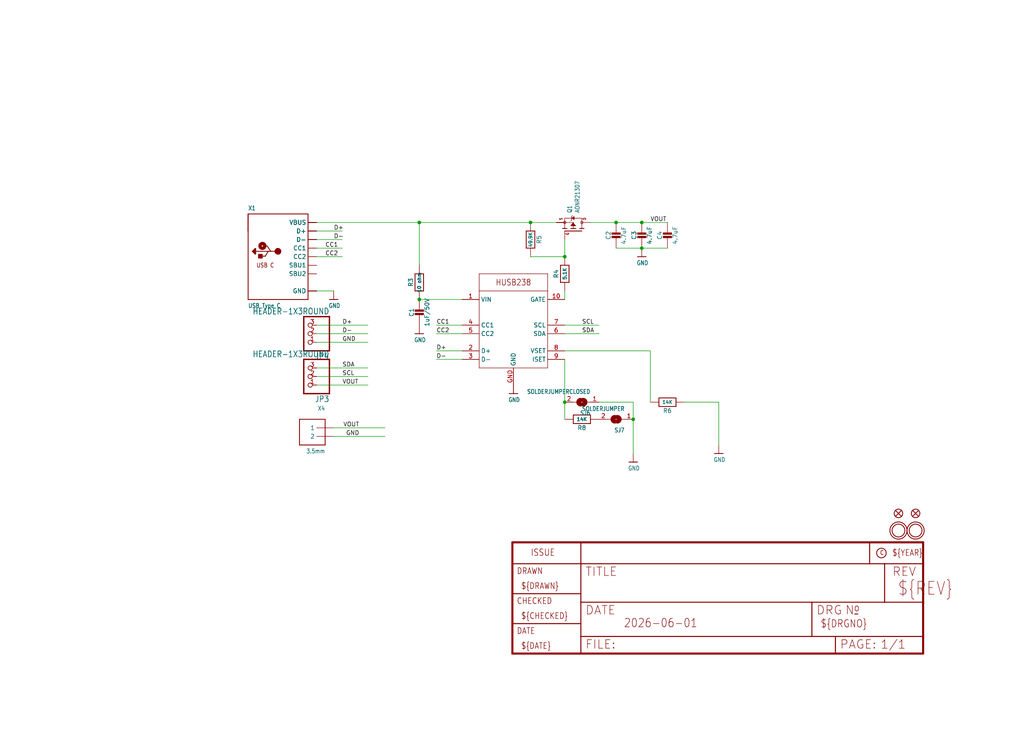
<source format=kicad_sch>
(kicad_sch
	(version 20231120)
	(generator "eeschema")
	(generator_version "8.0")
	(uuid "ce6ae37f-dd7d-41de-abba-409ef82a154e")
	(paper "User" 303.962 217.322)
	(lib_symbols
		(symbol "Adafruit HUSB238 USB-C PD Breakout-eagle-import:CAP_CERAMIC0805-NOOUTLINE"
			(exclude_from_sim no)
			(in_bom yes)
			(on_board yes)
			(property "Reference" "C"
				(at -2.29 1.25 90)
				(effects
					(font
						(size 1.27 1.27)
					)
				)
			)
			(property "Value" ""
				(at 2.3 1.25 90)
				(effects
					(font
						(size 1.27 1.27)
					)
				)
			)
			(property "Footprint" "Adafruit HUSB238 USB-C PD Breakout:0805-NO"
				(at 0 0 0)
				(effects
					(font
						(size 1.27 1.27)
					)
					(hide yes)
				)
			)
			(property "Datasheet" ""
				(at 0 0 0)
				(effects
					(font
						(size 1.27 1.27)
					)
					(hide yes)
				)
			)
			(property "Description" "Ceramic Capacitors\n\nFor new designs, use the packages preceded by an '_' character since they are more reliable:\n\nThe following footprints should be used on most boards:\n\n• _0402 - Standard footprint for regular board layouts\n• _0603 - Standard footprint for regular board layouts\n• _0805 - Standard footprint for regular board layouts\n• _1206 - Standard footprint for regular board layouts\n\nFor extremely tight-pitch boards where space is at a premium, the following 'micro-pitch' footprints can be used (smaller pads, no silkscreen outline, etc.):\n\n• _0402MP - Micro-pitch footprint for very dense/compact boards\n• _0603MP - Micro-pitch footprint for very dense/compact boards\n• _0805MP - Micro-pitch footprint for very dense/compact boards\n• _1206MP - Micro-pitch footprint for very dense/compact boards"
				(at 0 0 0)
				(effects
					(font
						(size 1.27 1.27)
					)
					(hide yes)
				)
			)
			(property "ki_locked" ""
				(at 0 0 0)
				(effects
					(font
						(size 1.27 1.27)
					)
				)
			)
			(symbol "CAP_CERAMIC0805-NOOUTLINE_1_0"
				(rectangle
					(start -1.27 0.508)
					(end 1.27 1.016)
					(stroke
						(width 0)
						(type default)
					)
					(fill
						(type outline)
					)
				)
				(rectangle
					(start -1.27 1.524)
					(end 1.27 2.032)
					(stroke
						(width 0)
						(type default)
					)
					(fill
						(type outline)
					)
				)
				(polyline
					(pts
						(xy 0 0.762) (xy 0 0)
					)
					(stroke
						(width 0.1524)
						(type solid)
					)
					(fill
						(type none)
					)
				)
				(polyline
					(pts
						(xy 0 2.54) (xy 0 1.778)
					)
					(stroke
						(width 0.1524)
						(type solid)
					)
					(fill
						(type none)
					)
				)
				(pin passive line
					(at 0 5.08 270)
					(length 2.54)
					(name "1"
						(effects
							(font
								(size 0 0)
							)
						)
					)
					(number "1"
						(effects
							(font
								(size 0 0)
							)
						)
					)
				)
				(pin passive line
					(at 0 -2.54 90)
					(length 2.54)
					(name "2"
						(effects
							(font
								(size 0 0)
							)
						)
					)
					(number "2"
						(effects
							(font
								(size 0 0)
							)
						)
					)
				)
			)
		)
		(symbol "Adafruit HUSB238 USB-C PD Breakout-eagle-import:FIDUCIAL_1MM"
			(exclude_from_sim no)
			(in_bom yes)
			(on_board yes)
			(property "Reference" "FID"
				(at 0 0 0)
				(effects
					(font
						(size 1.27 1.27)
					)
					(hide yes)
				)
			)
			(property "Value" ""
				(at 0 0 0)
				(effects
					(font
						(size 1.27 1.27)
					)
					(hide yes)
				)
			)
			(property "Footprint" "Adafruit HUSB238 USB-C PD Breakout:FIDUCIAL_1MM"
				(at 0 0 0)
				(effects
					(font
						(size 1.27 1.27)
					)
					(hide yes)
				)
			)
			(property "Datasheet" ""
				(at 0 0 0)
				(effects
					(font
						(size 1.27 1.27)
					)
					(hide yes)
				)
			)
			(property "Description" "Fiducial Alignment Points\n\nVarious fiducial points for machine vision alignment."
				(at 0 0 0)
				(effects
					(font
						(size 1.27 1.27)
					)
					(hide yes)
				)
			)
			(property "ki_locked" ""
				(at 0 0 0)
				(effects
					(font
						(size 1.27 1.27)
					)
				)
			)
			(symbol "FIDUCIAL_1MM_1_0"
				(polyline
					(pts
						(xy -0.762 0.762) (xy 0.762 -0.762)
					)
					(stroke
						(width 0.254)
						(type solid)
					)
					(fill
						(type none)
					)
				)
				(polyline
					(pts
						(xy 0.762 0.762) (xy -0.762 -0.762)
					)
					(stroke
						(width 0.254)
						(type solid)
					)
					(fill
						(type none)
					)
				)
				(circle
					(center 0 0)
					(radius 1.27)
					(stroke
						(width 0.254)
						(type solid)
					)
					(fill
						(type none)
					)
				)
			)
		)
		(symbol "Adafruit HUSB238 USB-C PD Breakout-eagle-import:FRAME_A4"
			(exclude_from_sim no)
			(in_bom yes)
			(on_board yes)
			(property "Reference" "#FRAME"
				(at 0 0 0)
				(effects
					(font
						(size 1.27 1.27)
					)
					(hide yes)
				)
			)
			(property "Value" ""
				(at 0 0 0)
				(effects
					(font
						(size 1.27 1.27)
					)
					(hide yes)
				)
			)
			(property "Footprint" ""
				(at 0 0 0)
				(effects
					(font
						(size 1.27 1.27)
					)
					(hide yes)
				)
			)
			(property "Datasheet" ""
				(at 0 0 0)
				(effects
					(font
						(size 1.27 1.27)
					)
					(hide yes)
				)
			)
			(property "Description" "FRAME\n\nDIN A4, landscape with location and doc. field"
				(at 0 0 0)
				(effects
					(font
						(size 1.27 1.27)
					)
					(hide yes)
				)
			)
			(property "ki_locked" ""
				(at 0 0 0)
				(effects
					(font
						(size 1.27 1.27)
					)
				)
			)
			(symbol "FRAME_A4_1_0"
				(polyline
					(pts
						(xy 0 44.7675) (xy 3.81 44.7675)
					)
					(stroke
						(width 0)
						(type default)
					)
					(fill
						(type none)
					)
				)
				(polyline
					(pts
						(xy 0 89.535) (xy 3.81 89.535)
					)
					(stroke
						(width 0)
						(type default)
					)
					(fill
						(type none)
					)
				)
				(polyline
					(pts
						(xy 0 134.3025) (xy 3.81 134.3025)
					)
					(stroke
						(width 0)
						(type default)
					)
					(fill
						(type none)
					)
				)
				(polyline
					(pts
						(xy 3.81 3.81) (xy 3.81 175.26)
					)
					(stroke
						(width 0)
						(type default)
					)
					(fill
						(type none)
					)
				)
				(polyline
					(pts
						(xy 43.3917 0) (xy 43.3917 3.81)
					)
					(stroke
						(width 0)
						(type default)
					)
					(fill
						(type none)
					)
				)
				(polyline
					(pts
						(xy 43.3917 175.26) (xy 43.3917 179.07)
					)
					(stroke
						(width 0)
						(type default)
					)
					(fill
						(type none)
					)
				)
				(polyline
					(pts
						(xy 86.7833 0) (xy 86.7833 3.81)
					)
					(stroke
						(width 0)
						(type default)
					)
					(fill
						(type none)
					)
				)
				(polyline
					(pts
						(xy 86.7833 175.26) (xy 86.7833 179.07)
					)
					(stroke
						(width 0)
						(type default)
					)
					(fill
						(type none)
					)
				)
				(polyline
					(pts
						(xy 130.175 0) (xy 130.175 3.81)
					)
					(stroke
						(width 0)
						(type default)
					)
					(fill
						(type none)
					)
				)
				(polyline
					(pts
						(xy 130.175 175.26) (xy 130.175 179.07)
					)
					(stroke
						(width 0)
						(type default)
					)
					(fill
						(type none)
					)
				)
				(polyline
					(pts
						(xy 173.5667 0) (xy 173.5667 3.81)
					)
					(stroke
						(width 0)
						(type default)
					)
					(fill
						(type none)
					)
				)
				(polyline
					(pts
						(xy 173.5667 175.26) (xy 173.5667 179.07)
					)
					(stroke
						(width 0)
						(type default)
					)
					(fill
						(type none)
					)
				)
				(polyline
					(pts
						(xy 216.9583 0) (xy 216.9583 3.81)
					)
					(stroke
						(width 0)
						(type default)
					)
					(fill
						(type none)
					)
				)
				(polyline
					(pts
						(xy 216.9583 175.26) (xy 216.9583 179.07)
					)
					(stroke
						(width 0)
						(type default)
					)
					(fill
						(type none)
					)
				)
				(polyline
					(pts
						(xy 256.54 3.81) (xy 3.81 3.81)
					)
					(stroke
						(width 0)
						(type default)
					)
					(fill
						(type none)
					)
				)
				(polyline
					(pts
						(xy 256.54 3.81) (xy 256.54 8.89)
					)
					(stroke
						(width 0.1016)
						(type solid)
					)
					(fill
						(type none)
					)
				)
				(polyline
					(pts
						(xy 256.54 3.81) (xy 256.54 175.26)
					)
					(stroke
						(width 0)
						(type default)
					)
					(fill
						(type none)
					)
				)
				(polyline
					(pts
						(xy 256.54 8.89) (xy 256.54 13.97)
					)
					(stroke
						(width 0.1016)
						(type solid)
					)
					(fill
						(type none)
					)
				)
				(polyline
					(pts
						(xy 256.54 13.97) (xy 256.54 19.05)
					)
					(stroke
						(width 0.1016)
						(type solid)
					)
					(fill
						(type none)
					)
				)
				(polyline
					(pts
						(xy 256.54 19.05) (xy 256.54 36.83)
					)
					(stroke
						(width 0.1016)
						(type solid)
					)
					(fill
						(type none)
					)
				)
				(polyline
					(pts
						(xy 256.54 44.7675) (xy 260.35 44.7675)
					)
					(stroke
						(width 0)
						(type default)
					)
					(fill
						(type none)
					)
				)
				(polyline
					(pts
						(xy 256.54 89.535) (xy 260.35 89.535)
					)
					(stroke
						(width 0)
						(type default)
					)
					(fill
						(type none)
					)
				)
				(polyline
					(pts
						(xy 256.54 134.3025) (xy 260.35 134.3025)
					)
					(stroke
						(width 0)
						(type default)
					)
					(fill
						(type none)
					)
				)
				(polyline
					(pts
						(xy 256.54 175.26) (xy 3.81 175.26)
					)
					(stroke
						(width 0)
						(type default)
					)
					(fill
						(type none)
					)
				)
				(polyline
					(pts
						(xy 0 0) (xy 260.35 0) (xy 260.35 179.07) (xy 0 179.07) (xy 0 0)
					)
					(stroke
						(width 0)
						(type default)
					)
					(fill
						(type none)
					)
				)
				(text "1"
					(at 21.6958 1.905 0)
					(effects
						(font
							(size 2.54 2.286)
						)
					)
				)
				(text "1"
					(at 21.6958 177.165 0)
					(effects
						(font
							(size 2.54 2.286)
						)
					)
				)
				(text "2"
					(at 65.0875 1.905 0)
					(effects
						(font
							(size 2.54 2.286)
						)
					)
				)
				(text "2"
					(at 65.0875 177.165 0)
					(effects
						(font
							(size 2.54 2.286)
						)
					)
				)
				(text "3"
					(at 108.4792 1.905 0)
					(effects
						(font
							(size 2.54 2.286)
						)
					)
				)
				(text "3"
					(at 108.4792 177.165 0)
					(effects
						(font
							(size 2.54 2.286)
						)
					)
				)
				(text "4"
					(at 151.8708 1.905 0)
					(effects
						(font
							(size 2.54 2.286)
						)
					)
				)
				(text "4"
					(at 151.8708 177.165 0)
					(effects
						(font
							(size 2.54 2.286)
						)
					)
				)
				(text "5"
					(at 195.2625 1.905 0)
					(effects
						(font
							(size 2.54 2.286)
						)
					)
				)
				(text "5"
					(at 195.2625 177.165 0)
					(effects
						(font
							(size 2.54 2.286)
						)
					)
				)
				(text "6"
					(at 238.6542 1.905 0)
					(effects
						(font
							(size 2.54 2.286)
						)
					)
				)
				(text "6"
					(at 238.6542 177.165 0)
					(effects
						(font
							(size 2.54 2.286)
						)
					)
				)
				(text "A"
					(at 1.905 156.6863 0)
					(effects
						(font
							(size 2.54 2.286)
						)
					)
				)
				(text "A"
					(at 258.445 156.6863 0)
					(effects
						(font
							(size 2.54 2.286)
						)
					)
				)
				(text "B"
					(at 1.905 111.9188 0)
					(effects
						(font
							(size 2.54 2.286)
						)
					)
				)
				(text "B"
					(at 258.445 111.9188 0)
					(effects
						(font
							(size 2.54 2.286)
						)
					)
				)
				(text "C"
					(at 1.905 67.1513 0)
					(effects
						(font
							(size 2.54 2.286)
						)
					)
				)
				(text "C"
					(at 258.445 67.1513 0)
					(effects
						(font
							(size 2.54 2.286)
						)
					)
				)
				(text "D"
					(at 1.905 22.3838 0)
					(effects
						(font
							(size 2.54 2.286)
						)
					)
				)
				(text "D"
					(at 258.445 22.3838 0)
					(effects
						(font
							(size 2.54 2.286)
						)
					)
				)
			)
			(symbol "FRAME_A4_2_0"
				(polyline
					(pts
						(xy -0.3048 1.5748) (xy 20.0152 1.5748)
					)
					(stroke
						(width 0.6096)
						(type solid)
					)
					(fill
						(type none)
					)
				)
				(polyline
					(pts
						(xy -0.3048 10.4648) (xy -0.3048 1.5748)
					)
					(stroke
						(width 0.6096)
						(type solid)
					)
					(fill
						(type none)
					)
				)
				(polyline
					(pts
						(xy -0.3048 10.4648) (xy 20.0152 10.4648)
					)
					(stroke
						(width 0.3048)
						(type solid)
					)
					(fill
						(type none)
					)
				)
				(polyline
					(pts
						(xy -0.3048 19.3548) (xy -0.3048 10.4648)
					)
					(stroke
						(width 0.6096)
						(type solid)
					)
					(fill
						(type none)
					)
				)
				(polyline
					(pts
						(xy -0.3048 19.3548) (xy 20.0152 19.3548)
					)
					(stroke
						(width 0.3048)
						(type solid)
					)
					(fill
						(type none)
					)
				)
				(polyline
					(pts
						(xy -0.3048 28.2448) (xy -0.3048 19.3548)
					)
					(stroke
						(width 0.6096)
						(type solid)
					)
					(fill
						(type none)
					)
				)
				(polyline
					(pts
						(xy -0.3048 28.2448) (xy 20.0152 28.2448)
					)
					(stroke
						(width 0.3048)
						(type solid)
					)
					(fill
						(type none)
					)
				)
				(polyline
					(pts
						(xy -0.3048 34.5948) (xy -0.3048 28.2448)
					)
					(stroke
						(width 0.6096)
						(type solid)
					)
					(fill
						(type none)
					)
				)
				(polyline
					(pts
						(xy 20.0152 1.5748) (xy 20.0152 6.6548)
					)
					(stroke
						(width 0.3048)
						(type solid)
					)
					(fill
						(type none)
					)
				)
				(polyline
					(pts
						(xy 20.0152 1.5748) (xy 95.5802 1.5748)
					)
					(stroke
						(width 0.6096)
						(type solid)
					)
					(fill
						(type none)
					)
				)
				(polyline
					(pts
						(xy 20.0152 6.6548) (xy 20.0152 10.4648)
					)
					(stroke
						(width 0.3048)
						(type solid)
					)
					(fill
						(type none)
					)
				)
				(polyline
					(pts
						(xy 20.0152 6.6548) (xy 88.5952 6.6548)
					)
					(stroke
						(width 0.3048)
						(type solid)
					)
					(fill
						(type none)
					)
				)
				(polyline
					(pts
						(xy 20.0152 10.4648) (xy 20.0152 16.8148)
					)
					(stroke
						(width 0.3048)
						(type solid)
					)
					(fill
						(type none)
					)
				)
				(polyline
					(pts
						(xy 20.0152 16.8148) (xy 20.0152 19.3548)
					)
					(stroke
						(width 0.3048)
						(type solid)
					)
					(fill
						(type none)
					)
				)
				(polyline
					(pts
						(xy 20.0152 19.3548) (xy 20.0152 28.2448)
					)
					(stroke
						(width 0.3048)
						(type solid)
					)
					(fill
						(type none)
					)
				)
				(polyline
					(pts
						(xy 20.0152 28.2448) (xy 20.0152 34.5948)
					)
					(stroke
						(width 0.3048)
						(type solid)
					)
					(fill
						(type none)
					)
				)
				(polyline
					(pts
						(xy 20.0152 28.2448) (xy 105.7402 28.2448)
					)
					(stroke
						(width 0.3048)
						(type solid)
					)
					(fill
						(type none)
					)
				)
				(polyline
					(pts
						(xy 20.0152 34.5948) (xy -0.3048 34.5948)
					)
					(stroke
						(width 0.6096)
						(type solid)
					)
					(fill
						(type none)
					)
				)
				(polyline
					(pts
						(xy 88.5952 6.6548) (xy 95.5802 6.6548)
					)
					(stroke
						(width 0.3048)
						(type solid)
					)
					(fill
						(type none)
					)
				)
				(polyline
					(pts
						(xy 88.5952 16.8148) (xy 20.0152 16.8148)
					)
					(stroke
						(width 0.3048)
						(type solid)
					)
					(fill
						(type none)
					)
				)
				(polyline
					(pts
						(xy 88.5952 16.8148) (xy 88.5952 6.6548)
					)
					(stroke
						(width 0.3048)
						(type solid)
					)
					(fill
						(type none)
					)
				)
				(polyline
					(pts
						(xy 95.5802 1.5748) (xy 121.6152 1.5748)
					)
					(stroke
						(width 0.6096)
						(type solid)
					)
					(fill
						(type none)
					)
				)
				(polyline
					(pts
						(xy 95.5802 6.6548) (xy 95.5802 1.5748)
					)
					(stroke
						(width 0.3048)
						(type solid)
					)
					(fill
						(type none)
					)
				)
				(polyline
					(pts
						(xy 95.5802 6.6548) (xy 121.6152 6.6548)
					)
					(stroke
						(width 0.3048)
						(type solid)
					)
					(fill
						(type none)
					)
				)
				(polyline
					(pts
						(xy 101.2952 13.3223) (xy 102.2477 13.3223)
					)
					(stroke
						(width 0.254)
						(type solid)
					)
					(fill
						(type none)
					)
				)
				(polyline
					(pts
						(xy 105.7402 28.2448) (xy 105.7402 34.5948)
					)
					(stroke
						(width 0.3048)
						(type solid)
					)
					(fill
						(type none)
					)
				)
				(polyline
					(pts
						(xy 105.7402 28.2448) (xy 110.1852 28.2448)
					)
					(stroke
						(width 0.3048)
						(type solid)
					)
					(fill
						(type none)
					)
				)
				(polyline
					(pts
						(xy 105.7402 34.5948) (xy 20.0152 34.5948)
					)
					(stroke
						(width 0.6096)
						(type solid)
					)
					(fill
						(type none)
					)
				)
				(polyline
					(pts
						(xy 110.1852 16.8148) (xy 88.5952 16.8148)
					)
					(stroke
						(width 0.3048)
						(type solid)
					)
					(fill
						(type none)
					)
				)
				(polyline
					(pts
						(xy 110.1852 28.2448) (xy 110.1852 16.8148)
					)
					(stroke
						(width 0.3048)
						(type solid)
					)
					(fill
						(type none)
					)
				)
				(polyline
					(pts
						(xy 110.1852 28.2448) (xy 121.6152 28.2448)
					)
					(stroke
						(width 0.3048)
						(type solid)
					)
					(fill
						(type none)
					)
				)
				(polyline
					(pts
						(xy 121.6152 6.6548) (xy 121.6152 1.5748)
					)
					(stroke
						(width 0.6096)
						(type solid)
					)
					(fill
						(type none)
					)
				)
				(polyline
					(pts
						(xy 121.6152 16.8148) (xy 110.1852 16.8148)
					)
					(stroke
						(width 0.3048)
						(type solid)
					)
					(fill
						(type none)
					)
				)
				(polyline
					(pts
						(xy 121.6152 16.8148) (xy 121.6152 6.6548)
					)
					(stroke
						(width 0.6096)
						(type solid)
					)
					(fill
						(type none)
					)
				)
				(polyline
					(pts
						(xy 121.6152 28.2448) (xy 121.6152 16.8148)
					)
					(stroke
						(width 0.6096)
						(type solid)
					)
					(fill
						(type none)
					)
				)
				(polyline
					(pts
						(xy 121.6152 34.5948) (xy 105.7402 34.5948)
					)
					(stroke
						(width 0.6096)
						(type solid)
					)
					(fill
						(type none)
					)
				)
				(polyline
					(pts
						(xy 121.6152 34.5948) (xy 121.6152 28.2448)
					)
					(stroke
						(width 0.6096)
						(type solid)
					)
					(fill
						(type none)
					)
				)
				(circle
					(center 109.2327 31.4198)
					(radius 1.4199)
					(stroke
						(width 0.254)
						(type solid)
					)
					(fill
						(type none)
					)
				)
				(text "${#}/${##}"
					(at 108.9152 2.8448 0)
					(effects
						(font
							(size 2.54 2.54)
						)
						(justify left bottom)
					)
				)
				(text "${CHECKED}"
					(at 2.2352 11.7348 0)
					(effects
						(font
							(size 1.778 1.5113)
						)
						(justify left bottom)
					)
				)
				(text "${COMPANY}"
					(at 23.349 29.6735 0)
					(effects
						(font
							(size 3.175 2.6987)
							(thickness 0.5397)
							(bold yes)
						)
						(justify left bottom)
					)
				)
				(text "${CURRENT_DATE}"
					(at 32.7152 9.1948 0)
					(effects
						(font
							(size 2.54 2.159)
						)
						(justify left bottom)
					)
				)
				(text "${DATE}"
					(at 2.2352 2.8448 0)
					(effects
						(font
							(size 1.778 1.5113)
						)
						(justify left bottom)
					)
				)
				(text "${DRAWN}"
					(at 2.2352 20.6248 0)
					(effects
						(font
							(size 1.778 1.5113)
						)
						(justify left bottom)
					)
				)
				(text "${DRGNO}"
					(at 91.1352 9.1948 0)
					(effects
						(font
							(size 2.1844 1.8567)
						)
						(justify left bottom)
					)
				)
				(text "${PROJECTNAME}"
					(at 33.0327 2.8448 0)
					(effects
						(font
							(size 2.54 2.159)
						)
						(justify left bottom)
					)
				)
				(text "${REV}"
					(at 113.9952 18.7198 0)
					(effects
						(font
							(size 3.81 3.2385)
						)
						(justify left bottom)
					)
				)
				(text "${YEAR}"
					(at 112.4077 30.4673 0)
					(effects
						(font
							(size 1.778 1.5113)
						)
						(justify left bottom)
					)
				)
				(text "C"
					(at 108.7564 30.7848 0)
					(effects
						(font
							(size 1.27 1.0795)
						)
						(justify left bottom)
					)
				)
				(text "CHECKED"
					(at 0.9652 16.1798 0)
					(effects
						(font
							(size 1.778 1.5113)
						)
						(justify left bottom)
					)
				)
				(text "DATE"
					(at 0.9652 7.2898 0)
					(effects
						(font
							(size 1.778 1.5113)
						)
						(justify left bottom)
					)
				)
				(text "DATE"
					(at 21.2852 13.0048 0)
					(effects
						(font
							(size 2.54 2.54)
						)
						(justify left bottom)
					)
				)
				(text "DRAWN"
					(at 0.9652 25.0698 0)
					(effects
						(font
							(size 1.778 1.5113)
						)
						(justify left bottom)
					)
				)
				(text "DRG"
					(at 89.8652 13.0048 0)
					(effects
						(font
							(size 2.54 2.54)
						)
						(justify left bottom)
					)
				)
				(text "FILE:"
					(at 21.2852 2.8448 0)
					(effects
						(font
							(size 2.54 2.54)
						)
						(justify left bottom)
					)
				)
				(text "ISSUE"
					(at 5.0927 30.4673 0)
					(effects
						(font
							(size 1.9304 1.6408)
						)
						(justify left bottom)
					)
				)
				(text "N"
					(at 98.4377 13.0048 0)
					(effects
						(font
							(size 2.54 2.54)
						)
						(justify left bottom)
					)
				)
				(text "o"
					(at 100.9777 13.9573 0)
					(effects
						(font
							(size 2.1844 1.8567)
						)
						(justify left bottom)
					)
				)
				(text "PAGE:"
					(at 96.8502 2.8448 0)
					(effects
						(font
							(size 2.54 2.54)
						)
						(justify left bottom)
					)
				)
				(text "REV"
					(at 112.4077 24.4348 0)
					(effects
						(font
							(size 2.54 2.54)
						)
						(justify left bottom)
					)
				)
				(text "TITLE"
					(at 21.2852 24.4348 0)
					(effects
						(font
							(size 2.54 2.54)
						)
						(justify left bottom)
					)
				)
			)
		)
		(symbol "Adafruit HUSB238 USB-C PD Breakout-eagle-import:GND"
			(power)
			(exclude_from_sim no)
			(in_bom yes)
			(on_board yes)
			(property "Reference" ""
				(at 0 0 0)
				(effects
					(font
						(size 1.27 1.27)
					)
					(hide yes)
				)
			)
			(property "Value" ""
				(at -1.524 -2.54 0)
				(effects
					(font
						(size 1.27 1.0795)
					)
					(justify left bottom)
				)
			)
			(property "Footprint" ""
				(at 0 0 0)
				(effects
					(font
						(size 1.27 1.27)
					)
					(hide yes)
				)
			)
			(property "Datasheet" ""
				(at 0 0 0)
				(effects
					(font
						(size 1.27 1.27)
					)
					(hide yes)
				)
			)
			(property "Description" "GND"
				(at 0 0 0)
				(effects
					(font
						(size 1.27 1.27)
					)
					(hide yes)
				)
			)
			(property "ki_locked" ""
				(at 0 0 0)
				(effects
					(font
						(size 1.27 1.27)
					)
				)
			)
			(symbol "GND_1_0"
				(polyline
					(pts
						(xy -1.27 0) (xy 1.27 0)
					)
					(stroke
						(width 0.254)
						(type solid)
					)
					(fill
						(type none)
					)
				)
				(pin power_in line
					(at 0 2.54 270)
					(length 2.54)
					(name "GND"
						(effects
							(font
								(size 0 0)
							)
						)
					)
					(number "1"
						(effects
							(font
								(size 0 0)
							)
						)
					)
				)
			)
		)
		(symbol "Adafruit HUSB238 USB-C PD Breakout-eagle-import:HEADER-1X3ROUND"
			(exclude_from_sim no)
			(in_bom yes)
			(on_board yes)
			(property "Reference" "JP"
				(at -6.35 5.715 0)
				(effects
					(font
						(size 1.778 1.5113)
					)
					(justify left bottom)
				)
			)
			(property "Value" ""
				(at -6.35 -7.62 0)
				(effects
					(font
						(size 1.778 1.5113)
					)
					(justify left bottom)
				)
			)
			(property "Footprint" "Adafruit HUSB238 USB-C PD Breakout:1X03_ROUND"
				(at 0 0 0)
				(effects
					(font
						(size 1.27 1.27)
					)
					(hide yes)
				)
			)
			(property "Datasheet" ""
				(at 0 0 0)
				(effects
					(font
						(size 1.27 1.27)
					)
					(hide yes)
				)
			)
			(property "Description" "PIN HEADER"
				(at 0 0 0)
				(effects
					(font
						(size 1.27 1.27)
					)
					(hide yes)
				)
			)
			(property "ki_locked" ""
				(at 0 0 0)
				(effects
					(font
						(size 1.27 1.27)
					)
				)
			)
			(symbol "HEADER-1X3ROUND_1_0"
				(polyline
					(pts
						(xy -6.35 -5.08) (xy 1.27 -5.08)
					)
					(stroke
						(width 0.4064)
						(type solid)
					)
					(fill
						(type none)
					)
				)
				(polyline
					(pts
						(xy -6.35 5.08) (xy -6.35 -5.08)
					)
					(stroke
						(width 0.4064)
						(type solid)
					)
					(fill
						(type none)
					)
				)
				(polyline
					(pts
						(xy 1.27 -5.08) (xy 1.27 5.08)
					)
					(stroke
						(width 0.4064)
						(type solid)
					)
					(fill
						(type none)
					)
				)
				(polyline
					(pts
						(xy 1.27 5.08) (xy -6.35 5.08)
					)
					(stroke
						(width 0.4064)
						(type solid)
					)
					(fill
						(type none)
					)
				)
				(pin passive inverted
					(at -2.54 2.54 0)
					(length 2.54)
					(name "1"
						(effects
							(font
								(size 0 0)
							)
						)
					)
					(number "1"
						(effects
							(font
								(size 1.27 1.27)
							)
						)
					)
				)
				(pin passive inverted
					(at -2.54 0 0)
					(length 2.54)
					(name "2"
						(effects
							(font
								(size 0 0)
							)
						)
					)
					(number "2"
						(effects
							(font
								(size 1.27 1.27)
							)
						)
					)
				)
				(pin passive inverted
					(at -2.54 -2.54 0)
					(length 2.54)
					(name "3"
						(effects
							(font
								(size 0 0)
							)
						)
					)
					(number "3"
						(effects
							(font
								(size 1.27 1.27)
							)
						)
					)
				)
			)
		)
		(symbol "Adafruit HUSB238 USB-C PD Breakout-eagle-import:HUSB238"
			(exclude_from_sim no)
			(in_bom yes)
			(on_board yes)
			(property "Reference" "X"
				(at 0 0 0)
				(effects
					(font
						(size 1.27 1.27)
					)
					(hide yes)
				)
			)
			(property "Value" ""
				(at 0 0 0)
				(effects
					(font
						(size 1.27 1.27)
					)
					(hide yes)
				)
			)
			(property "Footprint" "Adafruit HUSB238 USB-C PD Breakout:DFN10_3X3MM"
				(at 0 0 0)
				(effects
					(font
						(size 1.27 1.27)
					)
					(hide yes)
				)
			)
			(property "Datasheet" ""
				(at 0 0 0)
				(effects
					(font
						(size 1.27 1.27)
					)
					(hide yes)
				)
			)
			(property "Description" ""
				(at 0 0 0)
				(effects
					(font
						(size 1.27 1.27)
					)
					(hide yes)
				)
			)
			(property "ki_locked" ""
				(at 0 0 0)
				(effects
					(font
						(size 1.27 1.27)
					)
				)
			)
			(symbol "HUSB238_1_0"
				(polyline
					(pts
						(xy -10.16 -10.16) (xy -10.16 12.7)
					)
					(stroke
						(width 0.1524)
						(type solid)
					)
					(fill
						(type none)
					)
				)
				(polyline
					(pts
						(xy -10.16 12.7) (xy -10.16 17.78)
					)
					(stroke
						(width 0.1524)
						(type solid)
					)
					(fill
						(type none)
					)
				)
				(polyline
					(pts
						(xy -10.16 12.7) (xy 10.16 12.7)
					)
					(stroke
						(width 0.1524)
						(type solid)
					)
					(fill
						(type none)
					)
				)
				(polyline
					(pts
						(xy -10.16 17.78) (xy 10.16 17.78)
					)
					(stroke
						(width 0.1524)
						(type solid)
					)
					(fill
						(type none)
					)
				)
				(polyline
					(pts
						(xy 10.16 -10.16) (xy -10.16 -10.16)
					)
					(stroke
						(width 0.1524)
						(type solid)
					)
					(fill
						(type none)
					)
				)
				(polyline
					(pts
						(xy 10.16 12.7) (xy 10.16 -10.16)
					)
					(stroke
						(width 0.1524)
						(type solid)
					)
					(fill
						(type none)
					)
				)
				(polyline
					(pts
						(xy 10.16 17.78) (xy 10.16 12.7)
					)
					(stroke
						(width 0.1524)
						(type solid)
					)
					(fill
						(type none)
					)
				)
				(text "HUSB238"
					(at 0 15.24 0)
					(effects
						(font
							(size 1.778 1.5113)
						)
					)
				)
				(pin power_in line
					(at -15.24 10.16 0)
					(length 5.08)
					(name "VIN"
						(effects
							(font
								(size 1.27 1.27)
							)
						)
					)
					(number "1"
						(effects
							(font
								(size 1.27 1.27)
							)
						)
					)
				)
				(pin output line
					(at 15.24 10.16 180)
					(length 5.08)
					(name "GATE"
						(effects
							(font
								(size 1.27 1.27)
							)
						)
					)
					(number "10"
						(effects
							(font
								(size 1.27 1.27)
							)
						)
					)
				)
				(pin input line
					(at -15.24 -5.08 0)
					(length 5.08)
					(name "D+"
						(effects
							(font
								(size 1.27 1.27)
							)
						)
					)
					(number "2"
						(effects
							(font
								(size 1.27 1.27)
							)
						)
					)
				)
				(pin input line
					(at -15.24 -7.62 0)
					(length 5.08)
					(name "D-"
						(effects
							(font
								(size 1.27 1.27)
							)
						)
					)
					(number "3"
						(effects
							(font
								(size 1.27 1.27)
							)
						)
					)
				)
				(pin input line
					(at -15.24 2.54 0)
					(length 5.08)
					(name "CC1"
						(effects
							(font
								(size 1.27 1.27)
							)
						)
					)
					(number "4"
						(effects
							(font
								(size 1.27 1.27)
							)
						)
					)
				)
				(pin input line
					(at -15.24 0 0)
					(length 5.08)
					(name "CC2"
						(effects
							(font
								(size 1.27 1.27)
							)
						)
					)
					(number "5"
						(effects
							(font
								(size 1.27 1.27)
							)
						)
					)
				)
				(pin bidirectional line
					(at 15.24 0 180)
					(length 5.08)
					(name "SDA"
						(effects
							(font
								(size 1.27 1.27)
							)
						)
					)
					(number "6"
						(effects
							(font
								(size 1.27 1.27)
							)
						)
					)
				)
				(pin bidirectional line
					(at 15.24 2.54 180)
					(length 5.08)
					(name "SCL"
						(effects
							(font
								(size 1.27 1.27)
							)
						)
					)
					(number "7"
						(effects
							(font
								(size 1.27 1.27)
							)
						)
					)
				)
				(pin passive line
					(at 15.24 -5.08 180)
					(length 5.08)
					(name "VSET"
						(effects
							(font
								(size 1.27 1.27)
							)
						)
					)
					(number "8"
						(effects
							(font
								(size 1.27 1.27)
							)
						)
					)
				)
				(pin passive line
					(at 15.24 -7.62 180)
					(length 5.08)
					(name "ISET"
						(effects
							(font
								(size 1.27 1.27)
							)
						)
					)
					(number "9"
						(effects
							(font
								(size 1.27 1.27)
							)
						)
					)
				)
				(pin power_in line
					(at 0 -15.24 90)
					(length 5.08)
					(name "GND"
						(effects
							(font
								(size 1.27 1.27)
							)
						)
					)
					(number "GND"
						(effects
							(font
								(size 1.27 1.27)
							)
						)
					)
				)
			)
		)
		(symbol "Adafruit HUSB238 USB-C PD Breakout-eagle-import:MOSFET-P-POWERDI3333"
			(exclude_from_sim no)
			(in_bom yes)
			(on_board yes)
			(property "Reference" "Q"
				(at 2.794 0.381 0)
				(effects
					(font
						(size 1.27 1.0795)
					)
					(justify left bottom)
				)
			)
			(property "Value" ""
				(at 2.794 -1.905 0)
				(effects
					(font
						(size 1.27 1.0795)
					)
					(justify left bottom)
				)
			)
			(property "Footprint" "Adafruit HUSB238 USB-C PD Breakout:POWERDI3333"
				(at 0 0 0)
				(effects
					(font
						(size 1.27 1.27)
					)
					(hide yes)
				)
			)
			(property "Datasheet" ""
				(at 0 0 0)
				(effects
					(font
						(size 1.27 1.27)
					)
					(hide yes)
				)
			)
			(property "Description" "P-Channel Mosfet\n\nLEGEND\n\nVDS: Voltage Drain-Source ID: Drain Current RDS(ON): Drain-Source On-State Resistance VGS(TH): Gate-Source Threshold Voltage CISS: Drain-Source Input Capacitance\n\nSOT-23   Name VDS ID RDS(ON) VGS(TH) CISS Order Number    IRLML5103 30V 760mA 600 mOhm -- 75pF @ 25V Digikey: IRLML5103PBFCT-ND    IRLML6401 12V 4.3A 50 mOhm 950mV @ 250µA 830pF @ 10V Digikey: IRLML6401PBFTR-ND    NTR0202PL 20V 400mA 800 mOhm 2.3V @ 250uA 70pF @ 5V Digikey: NTR0202PLT1GOSTR-ND    NTR4101PT1G 20V 1.8A 85 mOhm 1.2V @ 250uA 675pF @ 10V Digikey: NTR4101PT1GOSCT-ND    DMP2004K 20V 600mA 900 mOhm 1V @ 250uA 175pF @ 16V Digikey: DMP2004KDICT-ND    PMV65XP 20V 3.9A 76 mOhm 950mV @ 1mA 725pF @ 20V Digikey: 568-2358-2-ND                       TO-252   Name VDS ID RDS(ON) VGS(TH) CISS Order Number    AOD417 30V 25A 34 mOhm 3V @ 250µA 920pF @ 15V Digikey: 785-1106-2-ND     PowerPak   Name VDS ID RDS(ON) VGS(TH) CISS Order Number     AON7401 30V 12A 14 mOhm 3V @ 250µA 2600pF @ 15V Digikey: 785-1302-1-ND"
				(at 0 0 0)
				(effects
					(font
						(size 1.27 1.27)
					)
					(hide yes)
				)
			)
			(property "ki_locked" ""
				(at 0 0 0)
				(effects
					(font
						(size 1.27 1.27)
					)
				)
			)
			(symbol "MOSFET-P-POWERDI3333_1_0"
				(circle
					(center 0 -2.54)
					(radius 0.3592)
					(stroke
						(width 0)
						(type solid)
					)
					(fill
						(type none)
					)
				)
				(polyline
					(pts
						(xy -2.54 -2.54) (xy -2.54 2.54)
					)
					(stroke
						(width 0.254)
						(type solid)
					)
					(fill
						(type none)
					)
				)
				(polyline
					(pts
						(xy -1.778 -3.175) (xy -1.778 -2.54)
					)
					(stroke
						(width 0.254)
						(type solid)
					)
					(fill
						(type none)
					)
				)
				(polyline
					(pts
						(xy -1.778 -2.54) (xy -1.778 -1.905)
					)
					(stroke
						(width 0.254)
						(type solid)
					)
					(fill
						(type none)
					)
				)
				(polyline
					(pts
						(xy -1.778 -2.54) (xy 1.27 -2.54)
					)
					(stroke
						(width 0.1524)
						(type solid)
					)
					(fill
						(type none)
					)
				)
				(polyline
					(pts
						(xy -1.778 -0.762) (xy -1.778 0)
					)
					(stroke
						(width 0.254)
						(type solid)
					)
					(fill
						(type none)
					)
				)
				(polyline
					(pts
						(xy -1.778 0) (xy -1.778 0.762)
					)
					(stroke
						(width 0.254)
						(type solid)
					)
					(fill
						(type none)
					)
				)
				(polyline
					(pts
						(xy -1.778 0) (xy 0 0)
					)
					(stroke
						(width 0.1524)
						(type solid)
					)
					(fill
						(type none)
					)
				)
				(polyline
					(pts
						(xy -1.778 1.905) (xy -1.778 2.54)
					)
					(stroke
						(width 0.254)
						(type solid)
					)
					(fill
						(type none)
					)
				)
				(polyline
					(pts
						(xy -1.778 2.54) (xy -1.778 3.175)
					)
					(stroke
						(width 0.254)
						(type solid)
					)
					(fill
						(type none)
					)
				)
				(polyline
					(pts
						(xy 0 0) (xy 0 2.54)
					)
					(stroke
						(width 0.1524)
						(type solid)
					)
					(fill
						(type none)
					)
				)
				(polyline
					(pts
						(xy 0 2.54) (xy -1.778 2.54)
					)
					(stroke
						(width 0.1524)
						(type solid)
					)
					(fill
						(type none)
					)
				)
				(polyline
					(pts
						(xy 0 2.54) (xy 1.27 2.54)
					)
					(stroke
						(width 0.1524)
						(type solid)
					)
					(fill
						(type none)
					)
				)
				(polyline
					(pts
						(xy 0.508 0.762) (xy 0.762 0.508)
					)
					(stroke
						(width 0.1524)
						(type solid)
					)
					(fill
						(type none)
					)
				)
				(polyline
					(pts
						(xy 0.762 0.508) (xy 1.27 0.508)
					)
					(stroke
						(width 0.1524)
						(type solid)
					)
					(fill
						(type none)
					)
				)
				(polyline
					(pts
						(xy 1.27 -2.54) (xy 1.27 0.508)
					)
					(stroke
						(width 0.1524)
						(type solid)
					)
					(fill
						(type none)
					)
				)
				(polyline
					(pts
						(xy 1.27 0.508) (xy 1.27 2.54)
					)
					(stroke
						(width 0.1524)
						(type solid)
					)
					(fill
						(type none)
					)
				)
				(polyline
					(pts
						(xy 1.27 0.508) (xy 1.778 0.508)
					)
					(stroke
						(width 0.1524)
						(type solid)
					)
					(fill
						(type none)
					)
				)
				(polyline
					(pts
						(xy 1.778 0.508) (xy 2.032 0.254)
					)
					(stroke
						(width 0.1524)
						(type solid)
					)
					(fill
						(type none)
					)
				)
				(polyline
					(pts
						(xy 0 0) (xy -1.016 0.762) (xy -1.016 -0.762)
					)
					(stroke
						(width 0.1524)
						(type solid)
					)
					(fill
						(type outline)
					)
				)
				(polyline
					(pts
						(xy 1.27 0.508) (xy 1.778 -0.254) (xy 0.762 -0.254)
					)
					(stroke
						(width 0.1524)
						(type solid)
					)
					(fill
						(type outline)
					)
				)
				(circle
					(center 0 2.54)
					(radius 0.3592)
					(stroke
						(width 0)
						(type solid)
					)
					(fill
						(type none)
					)
				)
				(text "D"
					(at 0.635 -3.81 0)
					(effects
						(font
							(size 0.8128 0.6908)
						)
						(justify left bottom)
					)
				)
				(text "G"
					(at -3.81 1.27 0)
					(effects
						(font
							(size 0.8128 0.6908)
						)
						(justify left bottom)
					)
				)
				(text "S"
					(at 0.635 3.175 0)
					(effects
						(font
							(size 0.8128 0.6908)
						)
						(justify left bottom)
					)
				)
				(pin passive line
					(at 0 5.08 270)
					(length 2.54)
					(name "S"
						(effects
							(font
								(size 0 0)
							)
						)
					)
					(number "1"
						(effects
							(font
								(size 0 0)
							)
						)
					)
				)
				(pin passive line
					(at 0 5.08 270)
					(length 2.54)
					(name "S"
						(effects
							(font
								(size 0 0)
							)
						)
					)
					(number "2"
						(effects
							(font
								(size 0 0)
							)
						)
					)
				)
				(pin passive line
					(at 0 5.08 270)
					(length 2.54)
					(name "S"
						(effects
							(font
								(size 0 0)
							)
						)
					)
					(number "3"
						(effects
							(font
								(size 0 0)
							)
						)
					)
				)
				(pin passive line
					(at -5.08 2.54 0)
					(length 2.54)
					(name "G"
						(effects
							(font
								(size 0 0)
							)
						)
					)
					(number "4"
						(effects
							(font
								(size 0 0)
							)
						)
					)
				)
				(pin passive line
					(at 0 -5.08 90)
					(length 2.54)
					(name "D"
						(effects
							(font
								(size 0 0)
							)
						)
					)
					(number "5678"
						(effects
							(font
								(size 0 0)
							)
						)
					)
				)
			)
		)
		(symbol "Adafruit HUSB238 USB-C PD Breakout-eagle-import:MOUNTINGHOLE2.5"
			(exclude_from_sim no)
			(in_bom yes)
			(on_board yes)
			(property "Reference" ""
				(at 0 0 0)
				(effects
					(font
						(size 1.27 1.27)
					)
					(hide yes)
				)
			)
			(property "Value" ""
				(at 0 0 0)
				(effects
					(font
						(size 1.27 1.27)
					)
					(hide yes)
				)
			)
			(property "Footprint" "Adafruit HUSB238 USB-C PD Breakout:MOUNTINGHOLE_2.5_PLATED"
				(at 0 0 0)
				(effects
					(font
						(size 1.27 1.27)
					)
					(hide yes)
				)
			)
			(property "Datasheet" ""
				(at 0 0 0)
				(effects
					(font
						(size 1.27 1.27)
					)
					(hide yes)
				)
			)
			(property "Description" "Mounting Hole\n\nFor #2 screws (0.086\"/2.18mm width, 0.094\"/2.4mm hole) use 2.5mm"
				(at 0 0 0)
				(effects
					(font
						(size 1.27 1.27)
					)
					(hide yes)
				)
			)
			(property "ki_locked" ""
				(at 0 0 0)
				(effects
					(font
						(size 1.27 1.27)
					)
				)
			)
			(symbol "MOUNTINGHOLE2.5_1_0"
				(circle
					(center 0 0)
					(radius 1.905)
					(stroke
						(width 0.254)
						(type solid)
					)
					(fill
						(type none)
					)
				)
				(circle
					(center 0 0)
					(radius 2.54)
					(stroke
						(width 0.254)
						(type solid)
					)
					(fill
						(type none)
					)
				)
			)
		)
		(symbol "Adafruit HUSB238 USB-C PD Breakout-eagle-import:RESISTOR_0603_NOOUT"
			(exclude_from_sim no)
			(in_bom yes)
			(on_board yes)
			(property "Reference" "R"
				(at 0 2.54 0)
				(effects
					(font
						(size 1.27 1.27)
					)
				)
			)
			(property "Value" ""
				(at 0 0 0)
				(effects
					(font
						(size 1.016 1.016)
						(thickness 0.2032)
						(bold yes)
					)
				)
			)
			(property "Footprint" "Adafruit HUSB238 USB-C PD Breakout:0603-NO"
				(at 0 0 0)
				(effects
					(font
						(size 1.27 1.27)
					)
					(hide yes)
				)
			)
			(property "Datasheet" ""
				(at 0 0 0)
				(effects
					(font
						(size 1.27 1.27)
					)
					(hide yes)
				)
			)
			(property "Description" "Resistors\n\nFor new designs, use the packages preceded by an '_' character since they are more reliable:\n\nThe following footprints should be used on most boards:\n\n• _0402 - Standard footprint for regular board layouts\n• _0603 - Standard footprint for regular board layouts\n• _0805 - Standard footprint for regular board layouts\n• _1206 - Standard footprint for regular board layouts\n\nFor extremely tight-pitch boards where space is at a premium, the following 'micro-pitch' footprints can be used (smaller pads, no silkscreen outline, etc.):\n\n• _0402MP - Micro-pitch footprint for very dense/compact boards\n• _0603MP - Micro-pitch footprint for very dense/compact boards\n• _0805MP - Micro-pitch footprint for very dense/compact boards\n• _1206MP - Micro-pitch footprint for very dense/compact boards"
				(at 0 0 0)
				(effects
					(font
						(size 1.27 1.27)
					)
					(hide yes)
				)
			)
			(property "ki_locked" ""
				(at 0 0 0)
				(effects
					(font
						(size 1.27 1.27)
					)
				)
			)
			(symbol "RESISTOR_0603_NOOUT_1_0"
				(polyline
					(pts
						(xy -2.54 -1.27) (xy -2.54 1.27)
					)
					(stroke
						(width 0.254)
						(type solid)
					)
					(fill
						(type none)
					)
				)
				(polyline
					(pts
						(xy -2.54 1.27) (xy 2.54 1.27)
					)
					(stroke
						(width 0.254)
						(type solid)
					)
					(fill
						(type none)
					)
				)
				(polyline
					(pts
						(xy 2.54 -1.27) (xy -2.54 -1.27)
					)
					(stroke
						(width 0.254)
						(type solid)
					)
					(fill
						(type none)
					)
				)
				(polyline
					(pts
						(xy 2.54 1.27) (xy 2.54 -1.27)
					)
					(stroke
						(width 0.254)
						(type solid)
					)
					(fill
						(type none)
					)
				)
				(pin passive line
					(at -5.08 0 0)
					(length 2.54)
					(name "1"
						(effects
							(font
								(size 0 0)
							)
						)
					)
					(number "1"
						(effects
							(font
								(size 0 0)
							)
						)
					)
				)
				(pin passive line
					(at 5.08 0 180)
					(length 2.54)
					(name "2"
						(effects
							(font
								(size 0 0)
							)
						)
					)
					(number "2"
						(effects
							(font
								(size 0 0)
							)
						)
					)
				)
			)
		)
		(symbol "Adafruit HUSB238 USB-C PD Breakout-eagle-import:SOLDERJUMPER"
			(exclude_from_sim no)
			(in_bom yes)
			(on_board yes)
			(property "Reference" "SJ"
				(at -2.54 2.54 0)
				(effects
					(font
						(size 1.27 1.0795)
					)
					(justify left bottom)
				)
			)
			(property "Value" ""
				(at -2.54 -3.81 0)
				(effects
					(font
						(size 1.27 1.0795)
					)
					(justify left bottom)
				)
			)
			(property "Footprint" "Adafruit HUSB238 USB-C PD Breakout:SOLDERJUMPER_ARROW_NOPASTE"
				(at 0 0 0)
				(effects
					(font
						(size 1.27 1.27)
					)
					(hide yes)
				)
			)
			(property "Datasheet" ""
				(at 0 0 0)
				(effects
					(font
						(size 1.27 1.27)
					)
					(hide yes)
				)
			)
			(property "Description" "SMD Solder JUMPER\n\nSolder the two pads together to create a connection, or remove the solder to break it.\n\nREFLOW - Use this footprint for solder paste and reflow ovens. WAVE - Use this footprint for hand-soldering (larger pads).\n\nCLOSED - Has a trace between the two pads to ensure it is closed by default.  The trace needs to be cut to disable the jumper, and can be closed again by creating a solder bridge between the two pads."
				(at 0 0 0)
				(effects
					(font
						(size 1.27 1.27)
					)
					(hide yes)
				)
			)
			(property "ki_locked" ""
				(at 0 0 0)
				(effects
					(font
						(size 1.27 1.27)
					)
				)
			)
			(symbol "SOLDERJUMPER_1_0"
				(arc
					(start -0.3808 0.635)
					(mid -1.0159 0.0001)
					(end -0.381 -0.635)
					(stroke
						(width 1.27)
						(type solid)
					)
					(fill
						(type none)
					)
				)
				(polyline
					(pts
						(xy -2.54 0) (xy -1.651 0)
					)
					(stroke
						(width 0.1524)
						(type solid)
					)
					(fill
						(type none)
					)
				)
				(polyline
					(pts
						(xy 2.54 0) (xy 1.651 0)
					)
					(stroke
						(width 0.1524)
						(type solid)
					)
					(fill
						(type none)
					)
				)
				(arc
					(start 0.3808 -0.635)
					(mid 1.0159 -0.0001)
					(end 0.381 0.635)
					(stroke
						(width 1.27)
						(type solid)
					)
					(fill
						(type none)
					)
				)
				(pin passive line
					(at -5.08 0 0)
					(length 2.54)
					(name "1"
						(effects
							(font
								(size 0 0)
							)
						)
					)
					(number "1"
						(effects
							(font
								(size 1.27 1.27)
							)
						)
					)
				)
				(pin passive line
					(at 5.08 0 180)
					(length 2.54)
					(name "2"
						(effects
							(font
								(size 0 0)
							)
						)
					)
					(number "2"
						(effects
							(font
								(size 1.27 1.27)
							)
						)
					)
				)
			)
		)
		(symbol "Adafruit HUSB238 USB-C PD Breakout-eagle-import:SOLDERJUMPERCLOSED"
			(exclude_from_sim no)
			(in_bom yes)
			(on_board yes)
			(property "Reference" "SJ"
				(at -2.54 2.54 0)
				(effects
					(font
						(size 1.27 1.0795)
					)
					(justify left bottom)
				)
			)
			(property "Value" ""
				(at -2.54 -3.81 0)
				(effects
					(font
						(size 1.27 1.0795)
					)
					(justify left bottom)
				)
			)
			(property "Footprint" "Adafruit HUSB238 USB-C PD Breakout:SOLDERJUMPER_CLOSEDWIRE"
				(at 0 0 0)
				(effects
					(font
						(size 1.27 1.27)
					)
					(hide yes)
				)
			)
			(property "Datasheet" ""
				(at 0 0 0)
				(effects
					(font
						(size 1.27 1.27)
					)
					(hide yes)
				)
			)
			(property "Description" "SMD Solder JUMPER\n\nSolder the two pads together to create a connection, or remove the solder to break it.\n\nREFLOW - Use this footprint for solder paste and reflow ovens. WAVE - Use this footprint for hand-soldering (larger pads).\n\nCLOSED - Has a trace between the two pads to ensure it is closed by default.  The trace needs to be cut to disable the jumper, and can be closed again by creating a solder bridge between the two pads."
				(at 0 0 0)
				(effects
					(font
						(size 1.27 1.27)
					)
					(hide yes)
				)
			)
			(property "ki_locked" ""
				(at 0 0 0)
				(effects
					(font
						(size 1.27 1.27)
					)
				)
			)
			(symbol "SOLDERJUMPERCLOSED_1_0"
				(arc
					(start -0.3808 0.635)
					(mid -1.0159 0.0001)
					(end -0.381 -0.635)
					(stroke
						(width 1.27)
						(type solid)
					)
					(fill
						(type none)
					)
				)
				(polyline
					(pts
						(xy -2.54 0) (xy -1.651 0)
					)
					(stroke
						(width 0.1524)
						(type solid)
					)
					(fill
						(type none)
					)
				)
				(polyline
					(pts
						(xy 2.54 0) (xy 1.651 0)
					)
					(stroke
						(width 0.1524)
						(type solid)
					)
					(fill
						(type none)
					)
				)
				(arc
					(start 0.3808 -0.635)
					(mid 1.0159 -0.0001)
					(end 0.381 0.635)
					(stroke
						(width 1.27)
						(type solid)
					)
					(fill
						(type none)
					)
				)
				(pin passive line
					(at -5.08 0 0)
					(length 2.54)
					(name "1"
						(effects
							(font
								(size 0 0)
							)
						)
					)
					(number "1"
						(effects
							(font
								(size 1.27 1.27)
							)
						)
					)
				)
				(pin passive line
					(at 5.08 0 180)
					(length 2.54)
					(name "2"
						(effects
							(font
								(size 0 0)
							)
						)
					)
					(number "2"
						(effects
							(font
								(size 1.27 1.27)
							)
						)
					)
				)
			)
		)
		(symbol "Adafruit HUSB238 USB-C PD Breakout-eagle-import:TERMBLOCK_1X2_3.5MM"
			(exclude_from_sim no)
			(in_bom yes)
			(on_board yes)
			(property "Reference" "X"
				(at -2.54 7.62 0)
				(effects
					(font
						(size 1.27 1.0795)
					)
					(justify left bottom)
				)
			)
			(property "Value" ""
				(at -2.54 -5.08 0)
				(effects
					(font
						(size 1.27 1.0795)
					)
					(justify left bottom)
				)
			)
			(property "Footprint" "Adafruit HUSB238 USB-C PD Breakout:TERMBLOCK_1X2-3.5MM"
				(at 0 0 0)
				(effects
					(font
						(size 1.27 1.27)
					)
					(hide yes)
				)
			)
			(property "Datasheet" ""
				(at 0 0 0)
				(effects
					(font
						(size 1.27 1.27)
					)
					(hide yes)
				)
			)
			(property "Description" "3.5mm Terminal block\n\nhttp://www.ladyada.net/library/pcb/eaglelibrary.html"
				(at 0 0 0)
				(effects
					(font
						(size 1.27 1.27)
					)
					(hide yes)
				)
			)
			(property "ki_locked" ""
				(at 0 0 0)
				(effects
					(font
						(size 1.27 1.27)
					)
				)
			)
			(symbol "TERMBLOCK_1X2_3.5MM_1_0"
				(polyline
					(pts
						(xy -2.54 -2.54) (xy 5.08 -2.54)
					)
					(stroke
						(width 0.254)
						(type solid)
					)
					(fill
						(type none)
					)
				)
				(polyline
					(pts
						(xy -2.54 5.08) (xy -2.54 -2.54)
					)
					(stroke
						(width 0.254)
						(type solid)
					)
					(fill
						(type none)
					)
				)
				(polyline
					(pts
						(xy 5.08 -2.54) (xy 5.08 5.08)
					)
					(stroke
						(width 0.254)
						(type solid)
					)
					(fill
						(type none)
					)
				)
				(polyline
					(pts
						(xy 5.08 5.08) (xy -2.54 5.08)
					)
					(stroke
						(width 0.254)
						(type solid)
					)
					(fill
						(type none)
					)
				)
				(pin passive line
					(at -5.08 2.54 0)
					(length 5.08)
					(name "1"
						(effects
							(font
								(size 1.27 1.27)
							)
						)
					)
					(number "1"
						(effects
							(font
								(size 0 0)
							)
						)
					)
				)
				(pin passive line
					(at -5.08 0 0)
					(length 5.08)
					(name "2"
						(effects
							(font
								(size 1.27 1.27)
							)
						)
					)
					(number "2"
						(effects
							(font
								(size 0 0)
							)
						)
					)
				)
			)
		)
		(symbol "Adafruit HUSB238 USB-C PD Breakout-eagle-import:USB_C"
			(exclude_from_sim no)
			(in_bom yes)
			(on_board yes)
			(property "Reference" "X"
				(at -10.16 13.716 0)
				(effects
					(font
						(size 1.27 1.0795)
					)
					(justify left bottom)
				)
			)
			(property "Value" ""
				(at -10.16 -15.24 0)
				(effects
					(font
						(size 1.27 1.0795)
					)
					(justify left bottom)
				)
			)
			(property "Footprint" "Adafruit HUSB238 USB-C PD Breakout:USB_C_CUSB31-CFM2AX-01-X"
				(at 0 0 0)
				(effects
					(font
						(size 1.27 1.27)
					)
					(hide yes)
				)
			)
			(property "Datasheet" ""
				(at 0 0 0)
				(effects
					(font
						(size 1.27 1.27)
					)
					(hide yes)
				)
			)
			(property "Description" "USB Type-C USB 2.0 Connector"
				(at 0 0 0)
				(effects
					(font
						(size 1.27 1.27)
					)
					(hide yes)
				)
			)
			(property "ki_locked" ""
				(at 0 0 0)
				(effects
					(font
						(size 1.27 1.27)
					)
				)
			)
			(symbol "USB_C_1_0"
				(rectangle
					(start -7.12 -0.45)
					(end -5.92 0.75)
					(stroke
						(width 0)
						(type default)
					)
					(fill
						(type outline)
					)
				)
				(circle
					(center -5.92 3.2)
					(radius 0.2)
					(stroke
						(width 1)
						(type solid)
					)
					(fill
						(type none)
					)
				)
				(circle
					(center -1.32 1.6)
					(radius 0.5)
					(stroke
						(width 1)
						(type solid)
					)
					(fill
						(type none)
					)
				)
				(polyline
					(pts
						(xy -10.2 7.62) (xy -10.16 12.7)
					)
					(stroke
						(width 0.254)
						(type solid)
					)
					(fill
						(type none)
					)
				)
				(polyline
					(pts
						(xy -10.16 -12.7) (xy 7.62 -12.7)
					)
					(stroke
						(width 0.254)
						(type solid)
					)
					(fill
						(type none)
					)
				)
				(polyline
					(pts
						(xy -10.16 12.7) (xy -10.16 -12.7)
					)
					(stroke
						(width 0.254)
						(type solid)
					)
					(fill
						(type none)
					)
				)
				(polyline
					(pts
						(xy -10.16 12.7) (xy 7.62 12.7)
					)
					(stroke
						(width 0.254)
						(type solid)
					)
					(fill
						(type none)
					)
				)
				(polyline
					(pts
						(xy -8.92 1.6) (xy -8.12 2.4)
					)
					(stroke
						(width 0.254)
						(type solid)
					)
					(fill
						(type none)
					)
				)
				(polyline
					(pts
						(xy -8.52 1.4) (xy -8.32 1.2)
					)
					(stroke
						(width 0.254)
						(type solid)
					)
					(fill
						(type none)
					)
				)
				(polyline
					(pts
						(xy -8.52 1.6) (xy -8.52 1.4)
					)
					(stroke
						(width 0.254)
						(type solid)
					)
					(fill
						(type none)
					)
				)
				(polyline
					(pts
						(xy -8.32 1.2) (xy -8.32 2)
					)
					(stroke
						(width 0.254)
						(type solid)
					)
					(fill
						(type none)
					)
				)
				(polyline
					(pts
						(xy -8.32 2) (xy -8.72 1.6)
					)
					(stroke
						(width 0.254)
						(type solid)
					)
					(fill
						(type none)
					)
				)
				(polyline
					(pts
						(xy -8.12 0.8) (xy -8.92 1.6)
					)
					(stroke
						(width 0.254)
						(type solid)
					)
					(fill
						(type none)
					)
				)
				(polyline
					(pts
						(xy -8.12 1) (xy -8.12 2.4)
					)
					(stroke
						(width 0.254)
						(type solid)
					)
					(fill
						(type none)
					)
				)
				(polyline
					(pts
						(xy -8.12 2.4) (xy -7.92 2.4)
					)
					(stroke
						(width 0.254)
						(type solid)
					)
					(fill
						(type none)
					)
				)
				(polyline
					(pts
						(xy -7.92 0.8) (xy -8.12 0.8)
					)
					(stroke
						(width 0.254)
						(type solid)
					)
					(fill
						(type none)
					)
				)
				(polyline
					(pts
						(xy -7.92 1.6) (xy -7.92 0.8)
					)
					(stroke
						(width 0.254)
						(type solid)
					)
					(fill
						(type none)
					)
				)
				(polyline
					(pts
						(xy -7.92 2.4) (xy -7.92 1.6)
					)
					(stroke
						(width 0.254)
						(type solid)
					)
					(fill
						(type none)
					)
				)
				(polyline
					(pts
						(xy -6.27 0.15) (xy -5.07 0.15)
					)
					(stroke
						(width 0.254)
						(type solid)
					)
					(fill
						(type none)
					)
				)
				(polyline
					(pts
						(xy -5.52 3.2) (xy -4.52 3.2)
					)
					(stroke
						(width 0.254)
						(type solid)
					)
					(fill
						(type none)
					)
				)
				(polyline
					(pts
						(xy -5.07 0.15) (xy -4.22 1.6)
					)
					(stroke
						(width 0.254)
						(type solid)
					)
					(fill
						(type none)
					)
				)
				(polyline
					(pts
						(xy -4.52 3.2) (xy -3.47 1.6)
					)
					(stroke
						(width 0.254)
						(type solid)
					)
					(fill
						(type none)
					)
				)
				(polyline
					(pts
						(xy -4.22 1.6) (xy -7.92 1.6)
					)
					(stroke
						(width 0.254)
						(type solid)
					)
					(fill
						(type none)
					)
				)
				(polyline
					(pts
						(xy -3.47 1.6) (xy -4.22 1.6)
					)
					(stroke
						(width 0.254)
						(type solid)
					)
					(fill
						(type none)
					)
				)
				(polyline
					(pts
						(xy -1.32 1.6) (xy -3.47 1.6)
					)
					(stroke
						(width 0.254)
						(type solid)
					)
					(fill
						(type none)
					)
				)
				(polyline
					(pts
						(xy 7.62 12.7) (xy 7.62 -12.7)
					)
					(stroke
						(width 0.254)
						(type solid)
					)
					(fill
						(type none)
					)
				)
				(text "USB C"
					(at -5.08 -2.54 0)
					(effects
						(font
							(size 1.27 1.0795)
						)
					)
				)
				(pin power_in line
					(at 10.16 -10.16 180)
					(length 2.54)
					(name "GND"
						(effects
							(font
								(size 1.27 1.27)
							)
						)
					)
					(number "A1B12"
						(effects
							(font
								(size 0 0)
							)
						)
					)
				)
				(pin power_in line
					(at 10.16 10.16 180)
					(length 2.54)
					(name "VBUS"
						(effects
							(font
								(size 1.27 1.27)
							)
						)
					)
					(number "A4B9"
						(effects
							(font
								(size 0 0)
							)
						)
					)
				)
				(pin bidirectional line
					(at 10.16 2.54 180)
					(length 2.54)
					(name "CC1"
						(effects
							(font
								(size 1.27 1.27)
							)
						)
					)
					(number "A5"
						(effects
							(font
								(size 0 0)
							)
						)
					)
				)
				(pin bidirectional line
					(at 10.16 7.62 180)
					(length 2.54)
					(name "D+"
						(effects
							(font
								(size 1.27 1.27)
							)
						)
					)
					(number "A6"
						(effects
							(font
								(size 0 0)
							)
						)
					)
				)
				(pin bidirectional line
					(at 10.16 5.08 180)
					(length 2.54)
					(name "D-"
						(effects
							(font
								(size 1.27 1.27)
							)
						)
					)
					(number "A7"
						(effects
							(font
								(size 0 0)
							)
						)
					)
				)
				(pin bidirectional line
					(at 10.16 -2.54 180)
					(length 2.54)
					(name "SBU1"
						(effects
							(font
								(size 1.27 1.27)
							)
						)
					)
					(number "A8"
						(effects
							(font
								(size 0 0)
							)
						)
					)
				)
				(pin power_in line
					(at 10.16 -10.16 180)
					(length 2.54)
					(name "GND"
						(effects
							(font
								(size 1.27 1.27)
							)
						)
					)
					(number "B1A12"
						(effects
							(font
								(size 0 0)
							)
						)
					)
				)
				(pin power_in line
					(at 10.16 10.16 180)
					(length 2.54)
					(name "VBUS"
						(effects
							(font
								(size 1.27 1.27)
							)
						)
					)
					(number "B4A9"
						(effects
							(font
								(size 0 0)
							)
						)
					)
				)
				(pin bidirectional line
					(at 10.16 0 180)
					(length 2.54)
					(name "CC2"
						(effects
							(font
								(size 1.27 1.27)
							)
						)
					)
					(number "B5"
						(effects
							(font
								(size 0 0)
							)
						)
					)
				)
				(pin bidirectional line
					(at 10.16 7.62 180)
					(length 2.54)
					(name "D+"
						(effects
							(font
								(size 1.27 1.27)
							)
						)
					)
					(number "B6"
						(effects
							(font
								(size 0 0)
							)
						)
					)
				)
				(pin bidirectional line
					(at 10.16 5.08 180)
					(length 2.54)
					(name "D-"
						(effects
							(font
								(size 1.27 1.27)
							)
						)
					)
					(number "B7"
						(effects
							(font
								(size 0 0)
							)
						)
					)
				)
				(pin bidirectional line
					(at 10.16 -5.08 180)
					(length 2.54)
					(name "SBU2"
						(effects
							(font
								(size 1.27 1.27)
							)
						)
					)
					(number "B8"
						(effects
							(font
								(size 0 0)
							)
						)
					)
				)
			)
		)
	)
	(junction
		(at 190.5 66.04)
		(diameter 0)
		(color 0 0 0 0)
		(uuid "0b74b04b-890f-45d4-8df0-948887b58f5c")
	)
	(junction
		(at 190.5 73.66)
		(diameter 0)
		(color 0 0 0 0)
		(uuid "1da0d102-998a-4b82-98a7-a2f8be11aa01")
	)
	(junction
		(at 124.46 88.9)
		(diameter 0)
		(color 0 0 0 0)
		(uuid "48b3d530-e68b-47c5-8d19-ebf67eddae9d")
	)
	(junction
		(at 124.46 66.04)
		(diameter 0)
		(color 0 0 0 0)
		(uuid "573a0881-fba8-4bf8-aa53-562f2aaec71f")
	)
	(junction
		(at 187.96 124.46)
		(diameter 0)
		(color 0 0 0 0)
		(uuid "7354ac78-32ee-4306-a5d4-3ac66103d20e")
	)
	(junction
		(at 167.64 119.38)
		(diameter 0)
		(color 0 0 0 0)
		(uuid "86f90d59-9245-49cd-ba91-41fc9710a5f2")
	)
	(junction
		(at 167.64 76.2)
		(diameter 0)
		(color 0 0 0 0)
		(uuid "960b7c4a-2f1c-420b-8282-91340e34733c")
	)
	(junction
		(at 157.48 66.04)
		(diameter 0)
		(color 0 0 0 0)
		(uuid "ead202f0-4b5e-4708-b0f5-b8b11121acb1")
	)
	(junction
		(at 182.88 66.04)
		(diameter 0)
		(color 0 0 0 0)
		(uuid "f4c25ebb-d798-4288-98f4-0334ec29733d")
	)
	(wire
		(pts
			(xy 93.98 73.66) (xy 101.6 73.66)
		)
		(stroke
			(width 0.1524)
			(type solid)
		)
		(uuid "067a6fe1-4e21-48e1-983e-93c1855bf314")
	)
	(wire
		(pts
			(xy 137.16 104.14) (xy 129.54 104.14)
		)
		(stroke
			(width 0.1524)
			(type solid)
		)
		(uuid "080ae8ba-ca0e-4335-bf8a-4fd645263854")
	)
	(wire
		(pts
			(xy 167.64 119.38) (xy 167.64 124.46)
		)
		(stroke
			(width 0.1524)
			(type solid)
		)
		(uuid "15308ab5-2c04-47fc-9d73-6273388be162")
	)
	(wire
		(pts
			(xy 93.98 68.58) (xy 101.6 68.58)
		)
		(stroke
			(width 0.1524)
			(type solid)
		)
		(uuid "22d5ea67-de3c-40a0-8a3e-2808ea40ff2f")
	)
	(wire
		(pts
			(xy 190.5 73.66) (xy 198.12 73.66)
		)
		(stroke
			(width 0.1524)
			(type solid)
		)
		(uuid "3c16aef7-2b13-4b4e-bf9d-ef7ebdc17e43")
	)
	(wire
		(pts
			(xy 187.96 119.38) (xy 187.96 124.46)
		)
		(stroke
			(width 0.1524)
			(type solid)
		)
		(uuid "4ae3a219-57a4-4ac0-a6bd-386a86454a31")
	)
	(wire
		(pts
			(xy 109.22 111.76) (xy 93.98 111.76)
		)
		(stroke
			(width 0.1524)
			(type solid)
		)
		(uuid "4ed7bb55-4493-45c5-ada7-a1121755f425")
	)
	(wire
		(pts
			(xy 203.2 119.38) (xy 213.36 119.38)
		)
		(stroke
			(width 0.1524)
			(type solid)
		)
		(uuid "56802fb4-1b79-4e57-befb-a7dad4b03956")
	)
	(wire
		(pts
			(xy 93.98 114.3) (xy 109.22 114.3)
		)
		(stroke
			(width 0.1524)
			(type solid)
		)
		(uuid "5f9c8c3d-8f20-409d-874e-a8c7b8463705")
	)
	(wire
		(pts
			(xy 167.64 104.14) (xy 193.04 104.14)
		)
		(stroke
			(width 0.1524)
			(type solid)
		)
		(uuid "63f1c1c5-cfec-4ae1-9761-33c714d4067a")
	)
	(wire
		(pts
			(xy 177.8 99.06) (xy 167.64 99.06)
		)
		(stroke
			(width 0.1524)
			(type solid)
		)
		(uuid "6e5769eb-7709-4540-b6ed-de199b20cac0")
	)
	(wire
		(pts
			(xy 182.88 73.66) (xy 190.5 73.66)
		)
		(stroke
			(width 0.1524)
			(type solid)
		)
		(uuid "75413946-d612-4ec9-a64a-3db2d0d40d34")
	)
	(wire
		(pts
			(xy 157.48 66.04) (xy 165.1 66.04)
		)
		(stroke
			(width 0.1524)
			(type solid)
		)
		(uuid "776874cb-fc01-4654-b993-d27aae742854")
	)
	(wire
		(pts
			(xy 182.88 66.04) (xy 190.5 66.04)
		)
		(stroke
			(width 0.1524)
			(type solid)
		)
		(uuid "7acbd9d9-d21c-4abe-8f72-3b2ba6ce5f01")
	)
	(wire
		(pts
			(xy 167.64 96.52) (xy 177.8 96.52)
		)
		(stroke
			(width 0.1524)
			(type solid)
		)
		(uuid "7ad5da88-225d-4993-a539-ca8d4e867c9e")
	)
	(wire
		(pts
			(xy 193.04 104.14) (xy 193.04 119.38)
		)
		(stroke
			(width 0.1524)
			(type solid)
		)
		(uuid "7b2503da-b6f1-44ee-9564-1e10926df249")
	)
	(wire
		(pts
			(xy 129.54 99.06) (xy 137.16 99.06)
		)
		(stroke
			(width 0.1524)
			(type solid)
		)
		(uuid "7f749f2a-5b05-46b9-b47d-78065864c73d")
	)
	(wire
		(pts
			(xy 187.96 124.46) (xy 187.96 134.62)
		)
		(stroke
			(width 0.1524)
			(type solid)
		)
		(uuid "82548053-3df4-432a-a8dc-7cdaa31e337b")
	)
	(wire
		(pts
			(xy 93.98 96.52) (xy 109.22 96.52)
		)
		(stroke
			(width 0.1524)
			(type solid)
		)
		(uuid "8963e9e6-479d-4c06-8ebe-6ab290e2e4b2")
	)
	(wire
		(pts
			(xy 101.6 71.12) (xy 93.98 71.12)
		)
		(stroke
			(width 0.1524)
			(type solid)
		)
		(uuid "8aa7839c-6505-4e7f-8605-7420975d21d0")
	)
	(wire
		(pts
			(xy 99.06 129.54) (xy 114.3 129.54)
		)
		(stroke
			(width 0.1524)
			(type solid)
		)
		(uuid "972cba1a-82cf-44ba-bbd2-c45eab94d383")
	)
	(wire
		(pts
			(xy 101.6 76.2) (xy 93.98 76.2)
		)
		(stroke
			(width 0.1524)
			(type solid)
		)
		(uuid "973c04c2-e5bd-4883-bbac-5b2d06739f19")
	)
	(wire
		(pts
			(xy 93.98 86.36) (xy 99.06 86.36)
		)
		(stroke
			(width 0.1524)
			(type solid)
		)
		(uuid "9a6bf193-173c-4f5e-977b-b2cb84237e0b")
	)
	(wire
		(pts
			(xy 137.16 88.9) (xy 124.46 88.9)
		)
		(stroke
			(width 0.1524)
			(type solid)
		)
		(uuid "a4d82637-c392-4a45-845d-e80e5380815f")
	)
	(wire
		(pts
			(xy 93.98 101.6) (xy 109.22 101.6)
		)
		(stroke
			(width 0.1524)
			(type solid)
		)
		(uuid "a9b6f008-f088-41fb-9439-adb4cd1f5d2e")
	)
	(wire
		(pts
			(xy 182.88 66.04) (xy 175.26 66.04)
		)
		(stroke
			(width 0.1524)
			(type solid)
		)
		(uuid "ad52de4b-cfd1-41ab-96ad-47bd8c3301f8")
	)
	(wire
		(pts
			(xy 157.48 76.2) (xy 167.64 76.2)
		)
		(stroke
			(width 0.1524)
			(type solid)
		)
		(uuid "afd246e8-22b4-4327-a99a-393e1a791483")
	)
	(wire
		(pts
			(xy 93.98 109.22) (xy 109.22 109.22)
		)
		(stroke
			(width 0.1524)
			(type solid)
		)
		(uuid "b017c9db-1800-4b7c-8589-13b2c973ed1f")
	)
	(wire
		(pts
			(xy 167.64 106.68) (xy 167.64 119.38)
		)
		(stroke
			(width 0.1524)
			(type solid)
		)
		(uuid "b6e16729-a0f4-4fb2-97a2-ec4fd6210b95")
	)
	(wire
		(pts
			(xy 129.54 106.68) (xy 137.16 106.68)
		)
		(stroke
			(width 0.1524)
			(type solid)
		)
		(uuid "cc19dad2-46f8-4a50-beb4-825fbbf2e177")
	)
	(wire
		(pts
			(xy 213.36 119.38) (xy 213.36 132.08)
		)
		(stroke
			(width 0.1524)
			(type solid)
		)
		(uuid "ceffae58-5050-4538-b339-f77c6a87eca3")
	)
	(wire
		(pts
			(xy 137.16 96.52) (xy 129.54 96.52)
		)
		(stroke
			(width 0.1524)
			(type solid)
		)
		(uuid "d19114a1-52e5-4530-b415-eddd17e9e223")
	)
	(wire
		(pts
			(xy 93.98 66.04) (xy 124.46 66.04)
		)
		(stroke
			(width 0.1524)
			(type solid)
		)
		(uuid "d534e63f-8d7d-4c9d-bb43-ac7c823a1c66")
	)
	(wire
		(pts
			(xy 157.48 66.04) (xy 124.46 66.04)
		)
		(stroke
			(width 0.1524)
			(type solid)
		)
		(uuid "d62f9804-2331-4faa-97bf-2911d7e2a6db")
	)
	(wire
		(pts
			(xy 93.98 99.06) (xy 109.22 99.06)
		)
		(stroke
			(width 0.1524)
			(type solid)
		)
		(uuid "db0979cc-22e8-457b-9a82-7e0f33acd310")
	)
	(wire
		(pts
			(xy 167.64 76.2) (xy 167.64 71.12)
		)
		(stroke
			(width 0.1524)
			(type solid)
		)
		(uuid "e0805d8a-ba48-44d5-9054-c861a763ba7f")
	)
	(wire
		(pts
			(xy 167.64 86.36) (xy 167.64 88.9)
		)
		(stroke
			(width 0.1524)
			(type solid)
		)
		(uuid "e3b6a54a-2089-4182-9c46-3e0a06793165")
	)
	(wire
		(pts
			(xy 99.06 127) (xy 114.3 127)
		)
		(stroke
			(width 0.1524)
			(type solid)
		)
		(uuid "f4cfdef6-971f-48b7-94d2-770cc7ce641c")
	)
	(wire
		(pts
			(xy 124.46 66.04) (xy 124.46 78.74)
		)
		(stroke
			(width 0.1524)
			(type solid)
		)
		(uuid "f67ba884-f715-4bd7-9f2b-7e74eb704ca1")
	)
	(wire
		(pts
			(xy 177.8 119.38) (xy 187.96 119.38)
		)
		(stroke
			(width 0.1524)
			(type solid)
		)
		(uuid "f689b02d-4142-4d89-b0c4-3b673a1a1130")
	)
	(wire
		(pts
			(xy 198.12 66.04) (xy 190.5 66.04)
		)
		(stroke
			(width 0.1524)
			(type solid)
		)
		(uuid "fdd641f6-99d2-4731-ae47-10f668afa5b7")
	)
	(label "VOUT"
		(at 193.04 66.04 0)
		(effects
			(font
				(size 1.2446 1.2446)
			)
			(justify left bottom)
		)
		(uuid "1d31b016-0ca7-49b4-9121-ca409961ca18")
	)
	(label "VOUT"
		(at 101.6 114.3 0)
		(effects
			(font
				(size 1.2446 1.2446)
			)
			(justify left bottom)
		)
		(uuid "21e64dd0-ca32-40dd-b30b-d4e38c99bf21")
	)
	(label "VOUT"
		(at 106.68 127 180)
		(effects
			(font
				(size 1.2446 1.2446)
			)
			(justify right bottom)
		)
		(uuid "3716b6c1-03b2-4c58-a281-db4f6f96084a")
	)
	(label "D+"
		(at 99.06 68.58 0)
		(effects
			(font
				(size 1.2446 1.2446)
			)
			(justify left bottom)
		)
		(uuid "4eaee4fe-5bd7-4dc5-a122-7ec95c7577e2")
	)
	(label "SDA"
		(at 172.72 99.06 0)
		(effects
			(font
				(size 1.2446 1.2446)
			)
			(justify left bottom)
		)
		(uuid "4ecbfa1c-ae22-4abf-9b34-c0794ddae076")
	)
	(label "CC2"
		(at 96.52 76.2 0)
		(effects
			(font
				(size 1.2446 1.2446)
			)
			(justify left bottom)
		)
		(uuid "63520b27-18dc-41d4-9816-ab0a088d2274")
	)
	(label "GND"
		(at 101.6 101.6 0)
		(effects
			(font
				(size 1.2446 1.2446)
			)
			(justify left bottom)
		)
		(uuid "75954282-3faf-4283-ad33-847810160b60")
	)
	(label "D-"
		(at 99.06 71.12 0)
		(effects
			(font
				(size 1.2446 1.2446)
			)
			(justify left bottom)
		)
		(uuid "880e3b90-f9e9-4e73-945f-bccc0973dd45")
	)
	(label "CC1"
		(at 129.54 96.52 0)
		(effects
			(font
				(size 1.2446 1.2446)
			)
			(justify left bottom)
		)
		(uuid "8d67bfa9-eb96-49b6-8cfa-106bbf325b1b")
	)
	(label "D+"
		(at 101.6 96.52 0)
		(effects
			(font
				(size 1.2446 1.2446)
			)
			(justify left bottom)
		)
		(uuid "a08daa68-191c-44f0-9d67-ee00c6bec6c8")
	)
	(label "SDA"
		(at 101.6 109.22 0)
		(effects
			(font
				(size 1.2446 1.2446)
			)
			(justify left bottom)
		)
		(uuid "c0de585c-3de8-4e48-a638-e2d4d0a5765c")
	)
	(label "D+"
		(at 129.54 104.14 0)
		(effects
			(font
				(size 1.2446 1.2446)
			)
			(justify left bottom)
		)
		(uuid "c6c8f8e3-41f0-4852-8681-ab491a9adb4c")
	)
	(label "CC2"
		(at 129.54 99.06 0)
		(effects
			(font
				(size 1.2446 1.2446)
			)
			(justify left bottom)
		)
		(uuid "cf1d4e49-75e6-493b-9059-08babd67dc2c")
	)
	(label "SCL"
		(at 101.6 111.76 0)
		(effects
			(font
				(size 1.2446 1.2446)
			)
			(justify left bottom)
		)
		(uuid "df8d7297-73a1-4a45-9a3e-f04c28fc3e78")
	)
	(label "D-"
		(at 101.6 99.06 0)
		(effects
			(font
				(size 1.2446 1.2446)
			)
			(justify left bottom)
		)
		(uuid "e3466aa3-09da-4b0f-951a-1b4848cdaf05")
	)
	(label "SCL"
		(at 172.72 96.52 0)
		(effects
			(font
				(size 1.2446 1.2446)
			)
			(justify left bottom)
		)
		(uuid "e9273b32-bf23-4305-87f1-f2795390e6cc")
	)
	(label "D-"
		(at 129.54 106.68 0)
		(effects
			(font
				(size 1.2446 1.2446)
			)
			(justify left bottom)
		)
		(uuid "ec301902-8c3a-4e3d-9fbe-4946ee211f50")
	)
	(label "CC1"
		(at 96.52 73.66 0)
		(effects
			(font
				(size 1.2446 1.2446)
			)
			(justify left bottom)
		)
		(uuid "ed75ad92-b4fa-48f3-9369-f9da3187bb16")
	)
	(label "GND"
		(at 106.68 129.54 180)
		(effects
			(font
				(size 1.2446 1.2446)
			)
			(justify right bottom)
		)
		(uuid "edf00b40-b472-4f5b-adcb-928ebea2be26")
	)
	(symbol
		(lib_id "Adafruit HUSB238 USB-C PD Breakout-eagle-import:FIDUCIAL_1MM")
		(at 266.7 152.4 0)
		(unit 1)
		(exclude_from_sim no)
		(in_bom yes)
		(on_board yes)
		(dnp no)
		(uuid "102d9812-16df-4cfc-8cd3-eb7a8736451d")
		(property "Reference" "FID2"
			(at 266.7 152.4 0)
			(effects
				(font
					(size 1.27 1.27)
				)
				(hide yes)
			)
		)
		(property "Value" "FIDUCIAL_1MM"
			(at 266.7 152.4 0)
			(effects
				(font
					(size 1.27 1.27)
				)
				(hide yes)
			)
		)
		(property "Footprint" "Adafruit HUSB238 USB-C PD Breakout:FIDUCIAL_1MM"
			(at 266.7 152.4 0)
			(effects
				(font
					(size 1.27 1.27)
				)
				(hide yes)
			)
		)
		(property "Datasheet" ""
			(at 266.7 152.4 0)
			(effects
				(font
					(size 1.27 1.27)
				)
				(hide yes)
			)
		)
		(property "Description" ""
			(at 266.7 152.4 0)
			(effects
				(font
					(size 1.27 1.27)
				)
				(hide yes)
			)
		)
		(instances
			(project ""
				(path "/ce6ae37f-dd7d-41de-abba-409ef82a154e"
					(reference "FID2")
					(unit 1)
				)
			)
		)
	)
	(symbol
		(lib_id "Adafruit HUSB238 USB-C PD Breakout-eagle-import:MOUNTINGHOLE2.5")
		(at 266.7 157.48 0)
		(unit 1)
		(exclude_from_sim no)
		(in_bom yes)
		(on_board yes)
		(dnp no)
		(uuid "12a7c5da-ac1a-44dd-943f-fbe11bb36ff3")
		(property "Reference" "U$2"
			(at 266.7 157.48 0)
			(effects
				(font
					(size 1.27 1.27)
				)
				(hide yes)
			)
		)
		(property "Value" "MOUNTINGHOLE2.5"
			(at 266.7 157.48 0)
			(effects
				(font
					(size 1.27 1.27)
				)
				(hide yes)
			)
		)
		(property "Footprint" "Adafruit HUSB238 USB-C PD Breakout:MOUNTINGHOLE_2.5_PLATED"
			(at 266.7 157.48 0)
			(effects
				(font
					(size 1.27 1.27)
				)
				(hide yes)
			)
		)
		(property "Datasheet" ""
			(at 266.7 157.48 0)
			(effects
				(font
					(size 1.27 1.27)
				)
				(hide yes)
			)
		)
		(property "Description" ""
			(at 266.7 157.48 0)
			(effects
				(font
					(size 1.27 1.27)
				)
				(hide yes)
			)
		)
		(instances
			(project ""
				(path "/ce6ae37f-dd7d-41de-abba-409ef82a154e"
					(reference "U$2")
					(unit 1)
				)
			)
		)
	)
	(symbol
		(lib_id "Adafruit HUSB238 USB-C PD Breakout-eagle-import:HUSB238")
		(at 152.4 99.06 0)
		(unit 1)
		(exclude_from_sim no)
		(in_bom yes)
		(on_board yes)
		(dnp no)
		(uuid "1639a4c7-2acd-4617-9dc5-422d469a05fb")
		(property "Reference" "X3"
			(at 152.4 99.06 0)
			(effects
				(font
					(size 1.27 1.27)
				)
				(hide yes)
			)
		)
		(property "Value" "HUSB238"
			(at 152.4 99.06 0)
			(effects
				(font
					(size 1.27 1.27)
				)
				(hide yes)
			)
		)
		(property "Footprint" "Adafruit HUSB238 USB-C PD Breakout:DFN10_3X3MM"
			(at 152.4 99.06 0)
			(effects
				(font
					(size 1.27 1.27)
				)
				(hide yes)
			)
		)
		(property "Datasheet" ""
			(at 152.4 99.06 0)
			(effects
				(font
					(size 1.27 1.27)
				)
				(hide yes)
			)
		)
		(property "Description" ""
			(at 152.4 99.06 0)
			(effects
				(font
					(size 1.27 1.27)
				)
				(hide yes)
			)
		)
		(pin "GND"
			(uuid "f5b28434-7a76-43fc-9bfa-da49fc29104e")
		)
		(pin "2"
			(uuid "c3552a2a-329e-4d6a-b517-08e87dd451fa")
		)
		(pin "3"
			(uuid "b49b1901-2479-474f-a3ee-8fadd97ec14c")
		)
		(pin "4"
			(uuid "4bd93542-ff0c-424e-8b06-1be9e7580e9b")
		)
		(pin "9"
			(uuid "32ed3b8a-db48-471a-a9bd-4a951a69cbd2")
		)
		(pin "6"
			(uuid "dcb3937d-38f5-4716-9bc1-8a7bf3a41f56")
		)
		(pin "8"
			(uuid "d54cb9f6-8631-4782-8159-412103cb8377")
		)
		(pin "1"
			(uuid "6a1aae1d-3b19-4ed6-b714-a6deeade189b")
		)
		(pin "10"
			(uuid "9136ac03-2cb3-4f61-a855-fb28c59b7643")
		)
		(pin "5"
			(uuid "dc07d211-98ec-4b42-b676-b3759abef2d5")
		)
		(pin "7"
			(uuid "54476288-e0dd-4a94-b0b3-c9e3254c198d")
		)
		(instances
			(project ""
				(path "/ce6ae37f-dd7d-41de-abba-409ef82a154e"
					(reference "X3")
					(unit 1)
				)
			)
		)
	)
	(symbol
		(lib_id "Adafruit HUSB238 USB-C PD Breakout-eagle-import:SOLDERJUMPERCLOSED")
		(at 172.72 119.38 180)
		(unit 1)
		(exclude_from_sim no)
		(in_bom yes)
		(on_board yes)
		(dnp no)
		(uuid "17f68e12-68ed-4e28-b0e4-936717e779f0")
		(property "Reference" "SJ6"
			(at 175.26 121.92 0)
			(effects
				(font
					(size 1.27 1.0795)
				)
				(justify left bottom)
			)
		)
		(property "Value" "SOLDERJUMPERCLOSED"
			(at 175.26 115.57 0)
			(effects
				(font
					(size 1.27 1.0795)
				)
				(justify left bottom)
			)
		)
		(property "Footprint" "Adafruit HUSB238 USB-C PD Breakout:SOLDERJUMPER_CLOSEDWIRE"
			(at 172.72 119.38 0)
			(effects
				(font
					(size 1.27 1.27)
				)
				(hide yes)
			)
		)
		(property "Datasheet" ""
			(at 172.72 119.38 0)
			(effects
				(font
					(size 1.27 1.27)
				)
				(hide yes)
			)
		)
		(property "Description" ""
			(at 172.72 119.38 0)
			(effects
				(font
					(size 1.27 1.27)
				)
				(hide yes)
			)
		)
		(pin "1"
			(uuid "7cef09a8-5131-4d2b-ba8a-d22e466672d5")
		)
		(pin "2"
			(uuid "7789f696-f469-46d8-a258-60d84f9f28e6")
		)
		(instances
			(project ""
				(path "/ce6ae37f-dd7d-41de-abba-409ef82a154e"
					(reference "SJ6")
					(unit 1)
				)
			)
		)
	)
	(symbol
		(lib_id "Adafruit HUSB238 USB-C PD Breakout-eagle-import:SOLDERJUMPER")
		(at 182.88 124.46 180)
		(unit 1)
		(exclude_from_sim no)
		(in_bom yes)
		(on_board yes)
		(dnp no)
		(uuid "1c4c3a58-d687-4922-8147-3b2225332113")
		(property "Reference" "SJ7"
			(at 185.42 127 0)
			(effects
				(font
					(size 1.27 1.0795)
				)
				(justify left bottom)
			)
		)
		(property "Value" "SOLDERJUMPER"
			(at 185.42 120.65 0)
			(effects
				(font
					(size 1.27 1.0795)
				)
				(justify left bottom)
			)
		)
		(property "Footprint" "Adafruit HUSB238 USB-C PD Breakout:SOLDERJUMPER_ARROW_NOPASTE"
			(at 182.88 124.46 0)
			(effects
				(font
					(size 1.27 1.27)
				)
				(hide yes)
			)
		)
		(property "Datasheet" ""
			(at 182.88 124.46 0)
			(effects
				(font
					(size 1.27 1.27)
				)
				(hide yes)
			)
		)
		(property "Description" ""
			(at 182.88 124.46 0)
			(effects
				(font
					(size 1.27 1.27)
				)
				(hide yes)
			)
		)
		(pin "1"
			(uuid "f18ca520-958c-4c44-99da-889662bf9bb5")
		)
		(pin "2"
			(uuid "94004fe3-84c6-49c4-85e2-0f2a9fac56c9")
		)
		(instances
			(project ""
				(path "/ce6ae37f-dd7d-41de-abba-409ef82a154e"
					(reference "SJ7")
					(unit 1)
				)
			)
		)
	)
	(symbol
		(lib_id "Adafruit HUSB238 USB-C PD Breakout-eagle-import:CAP_CERAMIC0805-NOOUTLINE")
		(at 124.46 93.98 0)
		(unit 1)
		(exclude_from_sim no)
		(in_bom yes)
		(on_board yes)
		(dnp no)
		(uuid "3520025d-9d7d-44d7-ae28-47f22022e7c6")
		(property "Reference" "C1"
			(at 122.17 92.73 90)
			(effects
				(font
					(size 1.27 1.27)
				)
			)
		)
		(property "Value" "1uF/50V"
			(at 126.76 92.73 90)
			(effects
				(font
					(size 1.27 1.27)
				)
			)
		)
		(property "Footprint" "Adafruit HUSB238 USB-C PD Breakout:0805-NO"
			(at 124.46 93.98 0)
			(effects
				(font
					(size 1.27 1.27)
				)
				(hide yes)
			)
		)
		(property "Datasheet" ""
			(at 124.46 93.98 0)
			(effects
				(font
					(size 1.27 1.27)
				)
				(hide yes)
			)
		)
		(property "Description" ""
			(at 124.46 93.98 0)
			(effects
				(font
					(size 1.27 1.27)
				)
				(hide yes)
			)
		)
		(pin "1"
			(uuid "bfa02412-b34b-4dc8-a3fa-2118570a3232")
		)
		(pin "2"
			(uuid "a5e47929-e4c2-4aab-86d2-7ff8cfa38ae6")
		)
		(instances
			(project ""
				(path "/ce6ae37f-dd7d-41de-abba-409ef82a154e"
					(reference "C1")
					(unit 1)
				)
			)
		)
	)
	(symbol
		(lib_id "Adafruit HUSB238 USB-C PD Breakout-eagle-import:HEADER-1X3ROUND")
		(at 91.44 111.76 180)
		(unit 1)
		(exclude_from_sim no)
		(in_bom yes)
		(on_board yes)
		(dnp no)
		(uuid "39c96497-6932-42b3-b77a-caf15ce72143")
		(property "Reference" "JP3"
			(at 97.79 117.475 0)
			(effects
				(font
					(size 1.778 1.5113)
				)
				(justify left bottom)
			)
		)
		(property "Value" "HEADER-1X3ROUND"
			(at 97.79 104.14 0)
			(effects
				(font
					(size 1.778 1.5113)
				)
				(justify left bottom)
			)
		)
		(property "Footprint" "Adafruit HUSB238 USB-C PD Breakout:1X03_ROUND"
			(at 91.44 111.76 0)
			(effects
				(font
					(size 1.27 1.27)
				)
				(hide yes)
			)
		)
		(property "Datasheet" ""
			(at 91.44 111.76 0)
			(effects
				(font
					(size 1.27 1.27)
				)
				(hide yes)
			)
		)
		(property "Description" ""
			(at 91.44 111.76 0)
			(effects
				(font
					(size 1.27 1.27)
				)
				(hide yes)
			)
		)
		(pin "3"
			(uuid "72161d75-7f11-44a8-a300-08a49814c49b")
		)
		(pin "1"
			(uuid "c21664cf-f2a6-48e7-9fc3-a6e8e758f6fc")
		)
		(pin "2"
			(uuid "5f3f9d82-caa1-4c6b-88cc-c61a42e894a5")
		)
		(instances
			(project ""
				(path "/ce6ae37f-dd7d-41de-abba-409ef82a154e"
					(reference "JP3")
					(unit 1)
				)
			)
		)
	)
	(symbol
		(lib_id "Adafruit HUSB238 USB-C PD Breakout-eagle-import:CAP_CERAMIC0805-NOOUTLINE")
		(at 182.88 71.12 0)
		(unit 1)
		(exclude_from_sim no)
		(in_bom yes)
		(on_board yes)
		(dnp no)
		(uuid "3a8424c4-4f9b-4621-be65-b46858cc90e4")
		(property "Reference" "C2"
			(at 180.59 69.87 90)
			(effects
				(font
					(size 1.27 1.27)
				)
			)
		)
		(property "Value" "4.7uF"
			(at 185.18 69.87 90)
			(effects
				(font
					(size 1.27 1.27)
				)
			)
		)
		(property "Footprint" "Adafruit HUSB238 USB-C PD Breakout:0805-NO"
			(at 182.88 71.12 0)
			(effects
				(font
					(size 1.27 1.27)
				)
				(hide yes)
			)
		)
		(property "Datasheet" ""
			(at 182.88 71.12 0)
			(effects
				(font
					(size 1.27 1.27)
				)
				(hide yes)
			)
		)
		(property "Description" ""
			(at 182.88 71.12 0)
			(effects
				(font
					(size 1.27 1.27)
				)
				(hide yes)
			)
		)
		(pin "1"
			(uuid "bffbfc1f-946f-4205-ad07-de9b82832f17")
		)
		(pin "2"
			(uuid "ac4aed0b-f9be-4f06-bf95-84dfa8180c14")
		)
		(instances
			(project ""
				(path "/ce6ae37f-dd7d-41de-abba-409ef82a154e"
					(reference "C2")
					(unit 1)
				)
			)
		)
	)
	(symbol
		(lib_id "Adafruit HUSB238 USB-C PD Breakout-eagle-import:CAP_CERAMIC0805-NOOUTLINE")
		(at 190.5 71.12 0)
		(unit 1)
		(exclude_from_sim no)
		(in_bom yes)
		(on_board yes)
		(dnp no)
		(uuid "3e6ee365-8a4d-4593-a2e1-edad4de5e4bb")
		(property "Reference" "C3"
			(at 188.21 69.87 90)
			(effects
				(font
					(size 1.27 1.27)
				)
			)
		)
		(property "Value" "4.7uF"
			(at 192.8 69.87 90)
			(effects
				(font
					(size 1.27 1.27)
				)
			)
		)
		(property "Footprint" "Adafruit HUSB238 USB-C PD Breakout:0805-NO"
			(at 190.5 71.12 0)
			(effects
				(font
					(size 1.27 1.27)
				)
				(hide yes)
			)
		)
		(property "Datasheet" ""
			(at 190.5 71.12 0)
			(effects
				(font
					(size 1.27 1.27)
				)
				(hide yes)
			)
		)
		(property "Description" ""
			(at 190.5 71.12 0)
			(effects
				(font
					(size 1.27 1.27)
				)
				(hide yes)
			)
		)
		(pin "2"
			(uuid "84294ad9-f4f6-4003-9337-ea0a46e5274d")
		)
		(pin "1"
			(uuid "9be831bc-dabf-4eb5-a151-86efd8cdfdfa")
		)
		(instances
			(project ""
				(path "/ce6ae37f-dd7d-41de-abba-409ef82a154e"
					(reference "C3")
					(unit 1)
				)
			)
		)
	)
	(symbol
		(lib_id "Adafruit HUSB238 USB-C PD Breakout-eagle-import:USB_C")
		(at 83.82 76.2 0)
		(unit 1)
		(exclude_from_sim no)
		(in_bom yes)
		(on_board yes)
		(dnp no)
		(uuid "55ed14de-687c-47d3-ba1f-37589b224430")
		(property "Reference" "X1"
			(at 73.66 62.484 0)
			(effects
				(font
					(size 1.27 1.0795)
				)
				(justify left bottom)
			)
		)
		(property "Value" "USB Type C"
			(at 73.66 91.44 0)
			(effects
				(font
					(size 1.27 1.0795)
				)
				(justify left bottom)
			)
		)
		(property "Footprint" "Adafruit HUSB238 USB-C PD Breakout:USB_C_CUSB31-CFM2AX-01-X"
			(at 83.82 76.2 0)
			(effects
				(font
					(size 1.27 1.27)
				)
				(hide yes)
			)
		)
		(property "Datasheet" ""
			(at 83.82 76.2 0)
			(effects
				(font
					(size 1.27 1.27)
				)
				(hide yes)
			)
		)
		(property "Description" ""
			(at 83.82 76.2 0)
			(effects
				(font
					(size 1.27 1.27)
				)
				(hide yes)
			)
		)
		(pin "A1B12"
			(uuid "f2b22de8-c883-4809-b44a-810f1c8de1e1")
		)
		(pin "A4B9"
			(uuid "9b766732-5bdb-4422-8fff-172f594445cf")
		)
		(pin "B5"
			(uuid "c19906b7-7917-400b-b9da-46460f69d11a")
		)
		(pin "A7"
			(uuid "db8ec101-a591-4a5e-9577-41b78c4f0a39")
		)
		(pin "A8"
			(uuid "9e19cfdf-eea7-46aa-a3d7-637382e2e61a")
		)
		(pin "B6"
			(uuid "8531baf7-a607-40c6-a2ac-20c45c696a51")
		)
		(pin "B4A9"
			(uuid "63a071a6-82c5-4519-acfc-bd8a3dda01a6")
		)
		(pin "B1A12"
			(uuid "01971378-e281-429d-b8a1-5a43f603d887")
		)
		(pin "B8"
			(uuid "708d67d3-d4cd-4f04-8931-78388f021df2")
		)
		(pin "B7"
			(uuid "e1caeedc-f6a7-4bc3-997a-a841f9f5148b")
		)
		(pin "A5"
			(uuid "8708eb65-bb93-4c0c-a144-00bf4fc2482b")
		)
		(pin "A6"
			(uuid "535ffad2-89bb-4ba7-b61f-272f9dfd54dd")
		)
		(instances
			(project ""
				(path "/ce6ae37f-dd7d-41de-abba-409ef82a154e"
					(reference "X1")
					(unit 1)
				)
			)
		)
	)
	(symbol
		(lib_id "Adafruit HUSB238 USB-C PD Breakout-eagle-import:GND")
		(at 99.06 88.9 0)
		(unit 1)
		(exclude_from_sim no)
		(in_bom yes)
		(on_board yes)
		(dnp no)
		(uuid "5b513f48-fa21-4ae4-bc8d-62cc7ed0ce82")
		(property "Reference" "#U$04"
			(at 99.06 88.9 0)
			(effects
				(font
					(size 1.27 1.27)
				)
				(hide yes)
			)
		)
		(property "Value" "GND"
			(at 97.536 91.44 0)
			(effects
				(font
					(size 1.27 1.0795)
				)
				(justify left bottom)
			)
		)
		(property "Footprint" ""
			(at 99.06 88.9 0)
			(effects
				(font
					(size 1.27 1.27)
				)
				(hide yes)
			)
		)
		(property "Datasheet" ""
			(at 99.06 88.9 0)
			(effects
				(font
					(size 1.27 1.27)
				)
				(hide yes)
			)
		)
		(property "Description" ""
			(at 99.06 88.9 0)
			(effects
				(font
					(size 1.27 1.27)
				)
				(hide yes)
			)
		)
		(pin "1"
			(uuid "62cae51d-7127-46c6-bb10-cd0d3fba5b96")
		)
		(instances
			(project ""
				(path "/ce6ae37f-dd7d-41de-abba-409ef82a154e"
					(reference "#U$04")
					(unit 1)
				)
			)
		)
	)
	(symbol
		(lib_id "Adafruit HUSB238 USB-C PD Breakout-eagle-import:RESISTOR_0603_NOOUT")
		(at 167.64 81.28 90)
		(unit 1)
		(exclude_from_sim no)
		(in_bom yes)
		(on_board yes)
		(dnp no)
		(uuid "5cd79854-435b-4e28-af39-b3f2a34644f7")
		(property "Reference" "R4"
			(at 165.1 81.28 0)
			(effects
				(font
					(size 1.27 1.27)
				)
			)
		)
		(property "Value" "5.1K"
			(at 167.64 81.28 0)
			(effects
				(font
					(size 1.016 1.016)
					(thickness 0.2032)
					(bold yes)
				)
			)
		)
		(property "Footprint" "Adafruit HUSB238 USB-C PD Breakout:0603-NO"
			(at 167.64 81.28 0)
			(effects
				(font
					(size 1.27 1.27)
				)
				(hide yes)
			)
		)
		(property "Datasheet" ""
			(at 167.64 81.28 0)
			(effects
				(font
					(size 1.27 1.27)
				)
				(hide yes)
			)
		)
		(property "Description" ""
			(at 167.64 81.28 0)
			(effects
				(font
					(size 1.27 1.27)
				)
				(hide yes)
			)
		)
		(pin "1"
			(uuid "b0616d8f-2712-43ad-b682-6dd67b829bcf")
		)
		(pin "2"
			(uuid "312d092a-a623-4d97-a8cb-2bda9e54d282")
		)
		(instances
			(project ""
				(path "/ce6ae37f-dd7d-41de-abba-409ef82a154e"
					(reference "R4")
					(unit 1)
				)
			)
		)
	)
	(symbol
		(lib_id "Adafruit HUSB238 USB-C PD Breakout-eagle-import:GND")
		(at 187.96 137.16 0)
		(unit 1)
		(exclude_from_sim no)
		(in_bom yes)
		(on_board yes)
		(dnp no)
		(uuid "5d340008-d75f-4cd8-b55c-f338e7073b45")
		(property "Reference" "#U$06"
			(at 187.96 137.16 0)
			(effects
				(font
					(size 1.27 1.27)
				)
				(hide yes)
			)
		)
		(property "Value" "GND"
			(at 186.436 139.7 0)
			(effects
				(font
					(size 1.27 1.0795)
				)
				(justify left bottom)
			)
		)
		(property "Footprint" ""
			(at 187.96 137.16 0)
			(effects
				(font
					(size 1.27 1.27)
				)
				(hide yes)
			)
		)
		(property "Datasheet" ""
			(at 187.96 137.16 0)
			(effects
				(font
					(size 1.27 1.27)
				)
				(hide yes)
			)
		)
		(property "Description" ""
			(at 187.96 137.16 0)
			(effects
				(font
					(size 1.27 1.27)
				)
				(hide yes)
			)
		)
		(pin "1"
			(uuid "a228717d-0d23-4322-b730-67cde2a1ef62")
		)
		(instances
			(project ""
				(path "/ce6ae37f-dd7d-41de-abba-409ef82a154e"
					(reference "#U$06")
					(unit 1)
				)
			)
		)
	)
	(symbol
		(lib_id "Adafruit HUSB238 USB-C PD Breakout-eagle-import:RESISTOR_0603_NOOUT")
		(at 198.12 119.38 180)
		(unit 1)
		(exclude_from_sim no)
		(in_bom yes)
		(on_board yes)
		(dnp no)
		(uuid "75eed575-6039-48aa-b70f-5e384dd7d1b0")
		(property "Reference" "R6"
			(at 198.12 121.92 0)
			(effects
				(font
					(size 1.27 1.27)
				)
			)
		)
		(property "Value" "14K"
			(at 198.12 119.38 0)
			(effects
				(font
					(size 1.016 1.016)
					(thickness 0.2032)
					(bold yes)
				)
			)
		)
		(property "Footprint" "Adafruit HUSB238 USB-C PD Breakout:0603-NO"
			(at 198.12 119.38 0)
			(effects
				(font
					(size 1.27 1.27)
				)
				(hide yes)
			)
		)
		(property "Datasheet" ""
			(at 198.12 119.38 0)
			(effects
				(font
					(size 1.27 1.27)
				)
				(hide yes)
			)
		)
		(property "Description" ""
			(at 198.12 119.38 0)
			(effects
				(font
					(size 1.27 1.27)
				)
				(hide yes)
			)
		)
		(pin "1"
			(uuid "b6256d34-6505-42a8-8e7b-4813dcb0e682")
		)
		(pin "2"
			(uuid "09855cce-6a12-471c-b791-7af4495f7fdb")
		)
		(instances
			(project ""
				(path "/ce6ae37f-dd7d-41de-abba-409ef82a154e"
					(reference "R6")
					(unit 1)
				)
			)
		)
	)
	(symbol
		(lib_id "Adafruit HUSB238 USB-C PD Breakout-eagle-import:RESISTOR_0603_NOOUT")
		(at 157.48 71.12 270)
		(unit 1)
		(exclude_from_sim no)
		(in_bom yes)
		(on_board yes)
		(dnp no)
		(uuid "781c7ec8-83fc-4bd1-931a-6f55b421b127")
		(property "Reference" "R5"
			(at 160.02 71.12 0)
			(effects
				(font
					(size 1.27 1.27)
				)
			)
		)
		(property "Value" "49.9K"
			(at 157.48 71.12 0)
			(effects
				(font
					(size 1.016 1.016)
					(thickness 0.2032)
					(bold yes)
				)
			)
		)
		(property "Footprint" "Adafruit HUSB238 USB-C PD Breakout:0603-NO"
			(at 157.48 71.12 0)
			(effects
				(font
					(size 1.27 1.27)
				)
				(hide yes)
			)
		)
		(property "Datasheet" ""
			(at 157.48 71.12 0)
			(effects
				(font
					(size 1.27 1.27)
				)
				(hide yes)
			)
		)
		(property "Description" ""
			(at 157.48 71.12 0)
			(effects
				(font
					(size 1.27 1.27)
				)
				(hide yes)
			)
		)
		(pin "1"
			(uuid "771cb6d1-f203-4e8e-94af-ff73fed95530")
		)
		(pin "2"
			(uuid "8b3f5fdc-c196-47f0-bd57-cabc68ab2cf4")
		)
		(instances
			(project ""
				(path "/ce6ae37f-dd7d-41de-abba-409ef82a154e"
					(reference "R5")
					(unit 1)
				)
			)
		)
	)
	(symbol
		(lib_id "Adafruit HUSB238 USB-C PD Breakout-eagle-import:RESISTOR_0603_NOOUT")
		(at 124.46 83.82 90)
		(unit 1)
		(exclude_from_sim no)
		(in_bom yes)
		(on_board yes)
		(dnp no)
		(uuid "78aa844f-448d-4c7a-867e-da91853939b8")
		(property "Reference" "R3"
			(at 121.92 83.82 0)
			(effects
				(font
					(size 1.27 1.27)
				)
			)
		)
		(property "Value" "10 ohm"
			(at 124.46 83.82 0)
			(effects
				(font
					(size 1.016 1.016)
					(thickness 0.2032)
					(bold yes)
				)
			)
		)
		(property "Footprint" "Adafruit HUSB238 USB-C PD Breakout:0603-NO"
			(at 124.46 83.82 0)
			(effects
				(font
					(size 1.27 1.27)
				)
				(hide yes)
			)
		)
		(property "Datasheet" ""
			(at 124.46 83.82 0)
			(effects
				(font
					(size 1.27 1.27)
				)
				(hide yes)
			)
		)
		(property "Description" ""
			(at 124.46 83.82 0)
			(effects
				(font
					(size 1.27 1.27)
				)
				(hide yes)
			)
		)
		(pin "1"
			(uuid "9ab5c7b7-cb94-434e-b935-73e000c02560")
		)
		(pin "2"
			(uuid "abed52cc-711c-4994-af13-cb1c2c5febf0")
		)
		(instances
			(project ""
				(path "/ce6ae37f-dd7d-41de-abba-409ef82a154e"
					(reference "R3")
					(unit 1)
				)
			)
		)
	)
	(symbol
		(lib_id "Adafruit HUSB238 USB-C PD Breakout-eagle-import:GND")
		(at 152.4 116.84 0)
		(unit 1)
		(exclude_from_sim no)
		(in_bom yes)
		(on_board yes)
		(dnp no)
		(uuid "7b9df3bd-001a-4f2e-8499-6a7990ee70ce")
		(property "Reference" "#U$015"
			(at 152.4 116.84 0)
			(effects
				(font
					(size 1.27 1.27)
				)
				(hide yes)
			)
		)
		(property "Value" "GND"
			(at 150.876 119.38 0)
			(effects
				(font
					(size 1.27 1.0795)
				)
				(justify left bottom)
			)
		)
		(property "Footprint" ""
			(at 152.4 116.84 0)
			(effects
				(font
					(size 1.27 1.27)
				)
				(hide yes)
			)
		)
		(property "Datasheet" ""
			(at 152.4 116.84 0)
			(effects
				(font
					(size 1.27 1.27)
				)
				(hide yes)
			)
		)
		(property "Description" ""
			(at 152.4 116.84 0)
			(effects
				(font
					(size 1.27 1.27)
				)
				(hide yes)
			)
		)
		(pin "1"
			(uuid "f19286ba-ace4-4541-a6bb-9ccc99f79a43")
		)
		(instances
			(project ""
				(path "/ce6ae37f-dd7d-41de-abba-409ef82a154e"
					(reference "#U$015")
					(unit 1)
				)
			)
		)
	)
	(symbol
		(lib_id "Adafruit HUSB238 USB-C PD Breakout-eagle-import:GND")
		(at 190.5 76.2 0)
		(unit 1)
		(exclude_from_sim no)
		(in_bom yes)
		(on_board yes)
		(dnp no)
		(uuid "7d55b14e-cf45-4cf8-aa24-28a4262f6e2e")
		(property "Reference" "#U$011"
			(at 190.5 76.2 0)
			(effects
				(font
					(size 1.27 1.27)
				)
				(hide yes)
			)
		)
		(property "Value" "GND"
			(at 188.976 78.74 0)
			(effects
				(font
					(size 1.27 1.0795)
				)
				(justify left bottom)
			)
		)
		(property "Footprint" ""
			(at 190.5 76.2 0)
			(effects
				(font
					(size 1.27 1.27)
				)
				(hide yes)
			)
		)
		(property "Datasheet" ""
			(at 190.5 76.2 0)
			(effects
				(font
					(size 1.27 1.27)
				)
				(hide yes)
			)
		)
		(property "Description" ""
			(at 190.5 76.2 0)
			(effects
				(font
					(size 1.27 1.27)
				)
				(hide yes)
			)
		)
		(pin "1"
			(uuid "47e6a6db-7751-4673-9f1e-1049f232e901")
		)
		(instances
			(project ""
				(path "/ce6ae37f-dd7d-41de-abba-409ef82a154e"
					(reference "#U$011")
					(unit 1)
				)
			)
		)
	)
	(symbol
		(lib_id "Adafruit HUSB238 USB-C PD Breakout-eagle-import:HEADER-1X3ROUND")
		(at 91.44 99.06 180)
		(unit 1)
		(exclude_from_sim no)
		(in_bom yes)
		(on_board yes)
		(dnp no)
		(uuid "7f2a456e-c41a-4c20-984e-7f0a33d6fd18")
		(property "Reference" "JP4"
			(at 97.79 104.775 0)
			(effects
				(font
					(size 1.778 1.5113)
				)
				(justify left bottom)
			)
		)
		(property "Value" "HEADER-1X3ROUND"
			(at 97.79 91.44 0)
			(effects
				(font
					(size 1.778 1.5113)
				)
				(justify left bottom)
			)
		)
		(property "Footprint" "Adafruit HUSB238 USB-C PD Breakout:1X03_ROUND"
			(at 91.44 99.06 0)
			(effects
				(font
					(size 1.27 1.27)
				)
				(hide yes)
			)
		)
		(property "Datasheet" ""
			(at 91.44 99.06 0)
			(effects
				(font
					(size 1.27 1.27)
				)
				(hide yes)
			)
		)
		(property "Description" ""
			(at 91.44 99.06 0)
			(effects
				(font
					(size 1.27 1.27)
				)
				(hide yes)
			)
		)
		(pin "1"
			(uuid "279eb348-1858-41eb-beb2-296e660530ae")
		)
		(pin "2"
			(uuid "2b24a1e4-46f6-4e13-9add-6cf2af4e27b7")
		)
		(pin "3"
			(uuid "f87f3716-ffff-49d2-9ba1-4b90e9973127")
		)
		(instances
			(project ""
				(path "/ce6ae37f-dd7d-41de-abba-409ef82a154e"
					(reference "JP4")
					(unit 1)
				)
			)
		)
	)
	(symbol
		(lib_id "Adafruit HUSB238 USB-C PD Breakout-eagle-import:MOUNTINGHOLE2.5")
		(at 271.78 157.48 0)
		(unit 1)
		(exclude_from_sim no)
		(in_bom yes)
		(on_board yes)
		(dnp no)
		(uuid "91420aad-0eb3-4cb5-841b-3153f4ad1777")
		(property "Reference" "U$1"
			(at 271.78 157.48 0)
			(effects
				(font
					(size 1.27 1.27)
				)
				(hide yes)
			)
		)
		(property "Value" "MOUNTINGHOLE2.5"
			(at 271.78 157.48 0)
			(effects
				(font
					(size 1.27 1.27)
				)
				(hide yes)
			)
		)
		(property "Footprint" "Adafruit HUSB238 USB-C PD Breakout:MOUNTINGHOLE_2.5_PLATED"
			(at 271.78 157.48 0)
			(effects
				(font
					(size 1.27 1.27)
				)
				(hide yes)
			)
		)
		(property "Datasheet" ""
			(at 271.78 157.48 0)
			(effects
				(font
					(size 1.27 1.27)
				)
				(hide yes)
			)
		)
		(property "Description" ""
			(at 271.78 157.48 0)
			(effects
				(font
					(size 1.27 1.27)
				)
				(hide yes)
			)
		)
		(instances
			(project ""
				(path "/ce6ae37f-dd7d-41de-abba-409ef82a154e"
					(reference "U$1")
					(unit 1)
				)
			)
		)
	)
	(symbol
		(lib_id "Adafruit HUSB238 USB-C PD Breakout-eagle-import:GND")
		(at 124.46 99.06 0)
		(unit 1)
		(exclude_from_sim no)
		(in_bom yes)
		(on_board yes)
		(dnp no)
		(uuid "9271e5d5-d704-4e3e-8ccc-effa4e0ec9bc")
		(property "Reference" "#U$010"
			(at 124.46 99.06 0)
			(effects
				(font
					(size 1.27 1.27)
				)
				(hide yes)
			)
		)
		(property "Value" "GND"
			(at 122.936 101.6 0)
			(effects
				(font
					(size 1.27 1.0795)
				)
				(justify left bottom)
			)
		)
		(property "Footprint" ""
			(at 124.46 99.06 0)
			(effects
				(font
					(size 1.27 1.27)
				)
				(hide yes)
			)
		)
		(property "Datasheet" ""
			(at 124.46 99.06 0)
			(effects
				(font
					(size 1.27 1.27)
				)
				(hide yes)
			)
		)
		(property "Description" ""
			(at 124.46 99.06 0)
			(effects
				(font
					(size 1.27 1.27)
				)
				(hide yes)
			)
		)
		(pin "1"
			(uuid "c43b70ac-8f62-404c-a218-0d52906b92a1")
		)
		(instances
			(project ""
				(path "/ce6ae37f-dd7d-41de-abba-409ef82a154e"
					(reference "#U$010")
					(unit 1)
				)
			)
		)
	)
	(symbol
		(lib_id "Adafruit HUSB238 USB-C PD Breakout-eagle-import:FRAME_A4")
		(at 152.4 195.58 0)
		(unit 2)
		(exclude_from_sim no)
		(in_bom yes)
		(on_board yes)
		(dnp no)
		(uuid "a443faaf-02e9-4c1b-aeb7-adae5a67258a")
		(property "Reference" "#FRAME1"
			(at 152.4 195.58 0)
			(effects
				(font
					(size 1.27 1.27)
				)
				(hide yes)
			)
		)
		(property "Value" "FRAME_A4"
			(at 152.4 195.58 0)
			(effects
				(font
					(size 1.27 1.27)
				)
				(hide yes)
			)
		)
		(property "Footprint" ""
			(at 152.4 195.58 0)
			(effects
				(font
					(size 1.27 1.27)
				)
				(hide yes)
			)
		)
		(property "Datasheet" ""
			(at 152.4 195.58 0)
			(effects
				(font
					(size 1.27 1.27)
				)
				(hide yes)
			)
		)
		(property "Description" ""
			(at 152.4 195.58 0)
			(effects
				(font
					(size 1.27 1.27)
				)
				(hide yes)
			)
		)
		(instances
			(project ""
				(path "/ce6ae37f-dd7d-41de-abba-409ef82a154e"
					(reference "#FRAME1")
					(unit 2)
				)
			)
		)
	)
	(symbol
		(lib_id "Adafruit HUSB238 USB-C PD Breakout-eagle-import:FIDUCIAL_1MM")
		(at 271.78 152.4 0)
		(unit 1)
		(exclude_from_sim no)
		(in_bom yes)
		(on_board yes)
		(dnp no)
		(uuid "a7d69e20-086b-40bc-90fc-5698944e954b")
		(property "Reference" "FID1"
			(at 271.78 152.4 0)
			(effects
				(font
					(size 1.27 1.27)
				)
				(hide yes)
			)
		)
		(property "Value" "FIDUCIAL_1MM"
			(at 271.78 152.4 0)
			(effects
				(font
					(size 1.27 1.27)
				)
				(hide yes)
			)
		)
		(property "Footprint" "Adafruit HUSB238 USB-C PD Breakout:FIDUCIAL_1MM"
			(at 271.78 152.4 0)
			(effects
				(font
					(size 1.27 1.27)
				)
				(hide yes)
			)
		)
		(property "Datasheet" ""
			(at 271.78 152.4 0)
			(effects
				(font
					(size 1.27 1.27)
				)
				(hide yes)
			)
		)
		(property "Description" ""
			(at 271.78 152.4 0)
			(effects
				(font
					(size 1.27 1.27)
				)
				(hide yes)
			)
		)
		(instances
			(project ""
				(path "/ce6ae37f-dd7d-41de-abba-409ef82a154e"
					(reference "FID1")
					(unit 1)
				)
			)
		)
	)
	(symbol
		(lib_id "Adafruit HUSB238 USB-C PD Breakout-eagle-import:MOSFET-P-POWERDI3333")
		(at 170.18 66.04 90)
		(unit 1)
		(exclude_from_sim no)
		(in_bom yes)
		(on_board yes)
		(dnp no)
		(uuid "dda4f472-8436-4ea2-8e03-3635b11d6cfc")
		(property "Reference" "Q1"
			(at 169.799 63.246 0)
			(effects
				(font
					(size 1.27 1.0795)
				)
				(justify left bottom)
			)
		)
		(property "Value" "AONR21307"
			(at 172.085 63.246 0)
			(effects
				(font
					(size 1.27 1.0795)
				)
				(justify left bottom)
			)
		)
		(property "Footprint" "Adafruit HUSB238 USB-C PD Breakout:POWERDI3333"
			(at 170.18 66.04 0)
			(effects
				(font
					(size 1.27 1.27)
				)
				(hide yes)
			)
		)
		(property "Datasheet" ""
			(at 170.18 66.04 0)
			(effects
				(font
					(size 1.27 1.27)
				)
				(hide yes)
			)
		)
		(property "Description" ""
			(at 170.18 66.04 0)
			(effects
				(font
					(size 1.27 1.27)
				)
				(hide yes)
			)
		)
		(pin "3"
			(uuid "1c950d93-01a9-480d-8d4a-4cc794a7a5ed")
		)
		(pin "1"
			(uuid "2af924bd-bd71-495b-ab0b-f469a5415a96")
		)
		(pin "5678"
			(uuid "14efbb36-570c-42dd-9429-bb1f28d3329d")
		)
		(pin "2"
			(uuid "a6da9c6b-df45-42f6-aba5-f0ff5753a6ac")
		)
		(pin "4"
			(uuid "22659953-0f1d-4533-b254-451f3124f7e1")
		)
		(instances
			(project ""
				(path "/ce6ae37f-dd7d-41de-abba-409ef82a154e"
					(reference "Q1")
					(unit 1)
				)
			)
		)
	)
	(symbol
		(lib_id "Adafruit HUSB238 USB-C PD Breakout-eagle-import:TERMBLOCK_1X2_3.5MM")
		(at 93.98 129.54 0)
		(mirror y)
		(unit 1)
		(exclude_from_sim no)
		(in_bom yes)
		(on_board yes)
		(dnp no)
		(uuid "e1722e44-77fa-4dc6-b730-9bb0caa9d131")
		(property "Reference" "X4"
			(at 96.52 121.92 0)
			(effects
				(font
					(size 1.27 1.0795)
				)
				(justify left bottom)
			)
		)
		(property "Value" "3.5mm"
			(at 96.52 134.62 0)
			(effects
				(font
					(size 1.27 1.0795)
				)
				(justify left bottom)
			)
		)
		(property "Footprint" "Adafruit HUSB238 USB-C PD Breakout:TERMBLOCK_1X2-3.5MM"
			(at 93.98 129.54 0)
			(effects
				(font
					(size 1.27 1.27)
				)
				(hide yes)
			)
		)
		(property "Datasheet" ""
			(at 93.98 129.54 0)
			(effects
				(font
					(size 1.27 1.27)
				)
				(hide yes)
			)
		)
		(property "Description" ""
			(at 93.98 129.54 0)
			(effects
				(font
					(size 1.27 1.27)
				)
				(hide yes)
			)
		)
		(pin "2"
			(uuid "633811bd-4e5a-4ada-a8b4-fabfd3b99ba9")
		)
		(pin "1"
			(uuid "2b4ee1e5-ca7e-477d-844a-4d6e79fabf6f")
		)
		(instances
			(project ""
				(path "/ce6ae37f-dd7d-41de-abba-409ef82a154e"
					(reference "X4")
					(unit 1)
				)
			)
		)
	)
	(symbol
		(lib_id "Adafruit HUSB238 USB-C PD Breakout-eagle-import:GND")
		(at 213.36 134.62 0)
		(unit 1)
		(exclude_from_sim no)
		(in_bom yes)
		(on_board yes)
		(dnp no)
		(uuid "f5567bf3-b9f1-4fbe-94d1-d138a246b190")
		(property "Reference" "#U$05"
			(at 213.36 134.62 0)
			(effects
				(font
					(size 1.27 1.27)
				)
				(hide yes)
			)
		)
		(property "Value" "GND"
			(at 211.836 137.16 0)
			(effects
				(font
					(size 1.27 1.0795)
				)
				(justify left bottom)
			)
		)
		(property "Footprint" ""
			(at 213.36 134.62 0)
			(effects
				(font
					(size 1.27 1.27)
				)
				(hide yes)
			)
		)
		(property "Datasheet" ""
			(at 213.36 134.62 0)
			(effects
				(font
					(size 1.27 1.27)
				)
				(hide yes)
			)
		)
		(property "Description" ""
			(at 213.36 134.62 0)
			(effects
				(font
					(size 1.27 1.27)
				)
				(hide yes)
			)
		)
		(pin "1"
			(uuid "3e4fbd0e-9613-43c8-b779-d5063540f2dd")
		)
		(instances
			(project ""
				(path "/ce6ae37f-dd7d-41de-abba-409ef82a154e"
					(reference "#U$05")
					(unit 1)
				)
			)
		)
	)
	(symbol
		(lib_id "Adafruit HUSB238 USB-C PD Breakout-eagle-import:CAP_CERAMIC0805-NOOUTLINE")
		(at 198.12 71.12 0)
		(unit 1)
		(exclude_from_sim no)
		(in_bom yes)
		(on_board yes)
		(dnp no)
		(uuid "fd44a884-c5da-4af6-8cad-69c66cbede3d")
		(property "Reference" "C4"
			(at 195.83 69.87 90)
			(effects
				(font
					(size 1.27 1.27)
				)
			)
		)
		(property "Value" "4.7uF"
			(at 200.42 69.87 90)
			(effects
				(font
					(size 1.27 1.27)
				)
			)
		)
		(property "Footprint" "Adafruit HUSB238 USB-C PD Breakout:0805-NO"
			(at 198.12 71.12 0)
			(effects
				(font
					(size 1.27 1.27)
				)
				(hide yes)
			)
		)
		(property "Datasheet" ""
			(at 198.12 71.12 0)
			(effects
				(font
					(size 1.27 1.27)
				)
				(hide yes)
			)
		)
		(property "Description" ""
			(at 198.12 71.12 0)
			(effects
				(font
					(size 1.27 1.27)
				)
				(hide yes)
			)
		)
		(pin "1"
			(uuid "70251975-1a06-437a-b613-50b2622cf184")
		)
		(pin "2"
			(uuid "c507c511-4b81-4d7f-8cd8-e23c7a36f253")
		)
		(instances
			(project ""
				(path "/ce6ae37f-dd7d-41de-abba-409ef82a154e"
					(reference "C4")
					(unit 1)
				)
			)
		)
	)
	(symbol
		(lib_id "Adafruit HUSB238 USB-C PD Breakout-eagle-import:RESISTOR_0603_NOOUT")
		(at 172.72 124.46 180)
		(unit 1)
		(exclude_from_sim no)
		(in_bom yes)
		(on_board yes)
		(dnp no)
		(uuid "ffd278ce-41cb-4caa-a666-dc6d063b86f3")
		(property "Reference" "R8"
			(at 172.72 127 0)
			(effects
				(font
					(size 1.27 1.27)
				)
			)
		)
		(property "Value" "14K"
			(at 172.72 124.46 0)
			(effects
				(font
					(size 1.016 1.016)
					(thickness 0.2032)
					(bold yes)
				)
			)
		)
		(property "Footprint" "Adafruit HUSB238 USB-C PD Breakout:0603-NO"
			(at 172.72 124.46 0)
			(effects
				(font
					(size 1.27 1.27)
				)
				(hide yes)
			)
		)
		(property "Datasheet" ""
			(at 172.72 124.46 0)
			(effects
				(font
					(size 1.27 1.27)
				)
				(hide yes)
			)
		)
		(property "Description" ""
			(at 172.72 124.46 0)
			(effects
				(font
					(size 1.27 1.27)
				)
				(hide yes)
			)
		)
		(pin "1"
			(uuid "a50b5bb1-e0b9-477f-93eb-056c69ed8baf")
		)
		(pin "2"
			(uuid "8a3a8caa-dc3c-4969-a41c-262336836beb")
		)
		(instances
			(project ""
				(path "/ce6ae37f-dd7d-41de-abba-409ef82a154e"
					(reference "R8")
					(unit 1)
				)
			)
		)
	)
	(sheet_instances
		(path "/"
			(page "1")
		)
	)
)

</source>
